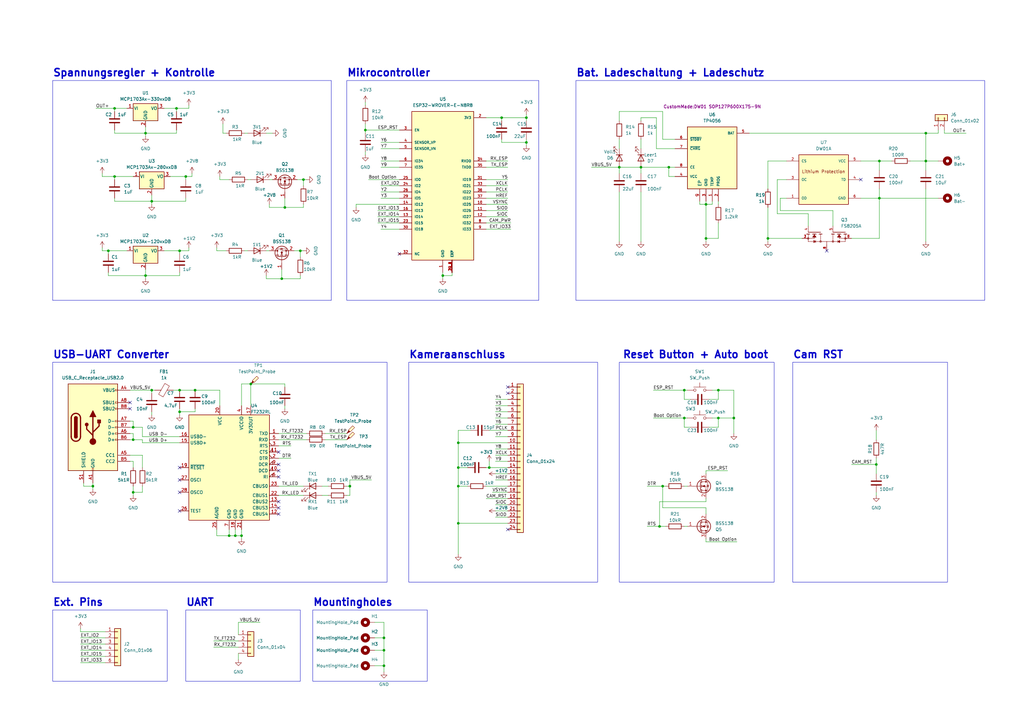
<source format=kicad_sch>
(kicad_sch (version 20231120) (generator "eeschema") (generator_version "8.0")
  (paper "A3")
  (lib_symbols
    (symbol "Connector:TestPoint_Probe" (pin_numbers hide) (pin_names (offset 0.762) hide)
      (property "Reference" "TP" (at 1.651 5.842 0))
      (property "Value" "TestPoint_Probe" (at 1.651 4.064 0))
      (symbol "TestPoint_Probe_1_1"
        (pin passive line (at 0 0 90) (length 0) (name "1") (number "1"))
      )
    )
    (symbol "Connector:USB_C_Receptacle_USB2.0" (pin_names (offset 1.016))
      (property "Reference" "J2" (at 0 22.86 0))
      (property "Value" "USB_C_Receptacle_USB2.0" (at 0 20.32 0))
      (symbol "USB_C_Receptacle_USB2.0_1_1"
        (pin passive line (at 0 -22.86 90) (length 5.08) (name "GND") (number "A1"))
        (pin passive line (at 0 -22.86 90) (length 5.08) hide (name "GND") (number "A12"))
        (pin passive line (at 15.24 15.24 180) (length 5.08) (name "VBUS") (number "A4"))
        (pin bidirectional line (at 15.24 -11.43 180) (length 5.08) (name "CC1") (number "A5"))
        (pin bidirectional line (at 15.24 -2.54 180) (length 5.08) (name "D+") (number "A6"))
        (pin bidirectional line (at 15.24 2.54 180) (length 5.08) (name "D-") (number "A7"))
        (pin bidirectional line (at 15.24 10.16 180) (length 5.08) (name "SBU1") (number "A8"))
        (pin passive line (at 15.24 15.24 180) (length 5.08) hide (name "VBUS") (number "A9"))
        (pin passive line (at 0 -22.86 90) (length 5.08) hide (name "GND") (number "B1"))
        (pin passive line (at 0 -22.86 90) (length 5.08) hide (name "GND") (number "B12"))
        (pin passive line (at 15.24 15.24 180) (length 5.08) hide (name "VBUS") (number "B4"))
        (pin bidirectional line (at 15.24 -13.97 180) (length 5.08) (name "CC2") (number "B5"))
        (pin bidirectional line (at 15.24 -5.08 180) (length 5.08) (name "D+") (number "B6"))
        (pin bidirectional line (at 15.24 0 180) (length 5.08) (name "D-") (number "B7"))
        (pin bidirectional line (at 15.24 7.62 180) (length 5.08) (name "SBU2") (number "B8"))
        (pin passive line (at 15.24 15.24 180) (length 5.08) hide (name "VBUS") (number "B9"))
        (pin passive line (at -3.81 -22.86 90) (length 5.08) (name "SHIELD") (number "S1"))
      )
    )
    (symbol "Connector_Generic:Conn_01x02" (pin_names (offset 1.016) hide)
      (property "Reference" "J" (at 0 2.54 0))
      (property "Value" "Conn_01x02" (at 0 -5.08 0))
      (symbol "Conn_01x02_1_1"
        (pin passive line (at -5.08 0 0) (length 3.81) (name "Pin_1") (number "1"))
        (pin passive line (at -5.08 -2.54 0) (length 3.81) (name "Pin_2") (number "2"))
      )
    )
    (symbol "Connector_Generic:Conn_01x04" (pin_names (offset 1.016) hide)
      (property "Reference" "J" (at 0 5.08 0))
      (property "Value" "Conn_01x04" (at 0 -7.62 0))
      (symbol "Conn_01x04_1_1"
        (pin passive line (at -5.08 2.54 0) (length 3.81) (name "Pin_1") (number "1"))
        (pin passive line (at -5.08 0 0) (length 3.81) (name "Pin_2") (number "2"))
        (pin passive line (at -5.08 -2.54 0) (length 3.81) (name "Pin_3") (number "3"))
        (pin passive line (at -5.08 -5.08 0) (length 3.81) (name "Pin_4") (number "4"))
      )
    )
    (symbol "Connector_Generic:Conn_01x07" (pin_names (offset 1.016) hide)
      (property "Reference" "J3" (at 2.54 1.27 0))
      (property "Value" "Conn_01x07" (at 2.54 -1.27 0))
      (symbol "Conn_01x07_1_1"
        (pin passive line (at -5.08 7.62 0) (length 3.81) (name "Pin_1") (number "1"))
        (pin passive line (at -5.08 5.08 0) (length 3.81) (name "Pin_2") (number "2"))
        (pin passive line (at -5.08 2.54 0) (length 3.81) (name "Pin_3") (number "3"))
        (pin passive line (at -5.08 0 0) (length 3.81) (name "Pin_4") (number "4"))
        (pin passive line (at -5.08 -2.54 0) (length 3.81) (name "Pin_5") (number "5"))
        (pin passive line (at -5.08 -5.08 0) (length 3.81) (name "Pin_6") (number "6"))
      )
    )
    (symbol "Connector_Generic:Conn_01x24" (pin_names (offset 1.016) hide)
      (property "Reference" "J" (at 0 30.48 0))
      (property "Value" "Conn_01x24" (at 0 -33.02 0))
      (symbol "Conn_01x24_1_1"
        (pin passive line (at -5.08 27.94 0) (length 3.81) (name "Pin_1") (number "1"))
        (pin passive line (at -5.08 5.08 0) (length 3.81) (name "Pin_10") (number "10"))
        (pin passive line (at -5.08 2.54 0) (length 3.81) (name "Pin_11") (number "11"))
        (pin passive line (at -5.08 0 0) (length 3.81) (name "Pin_12") (number "12"))
        (pin passive line (at -5.08 -2.54 0) (length 3.81) (name "Pin_13") (number "13"))
        (pin passive line (at -5.08 -5.08 0) (length 3.81) (name "Pin_14") (number "14"))
        (pin passive line (at -5.08 -7.62 0) (length 3.81) (name "Pin_15") (number "15"))
        (pin passive line (at -5.08 -10.16 0) (length 3.81) (name "Pin_16") (number "16"))
        (pin passive line (at -5.08 -12.7 0) (length 3.81) (name "Pin_17") (number "17"))
        (pin passive line (at -5.08 -15.24 0) (length 3.81) (name "Pin_18") (number "18"))
        (pin passive line (at -5.08 -17.78 0) (length 3.81) (name "Pin_19") (number "19"))
        (pin passive line (at -5.08 25.4 0) (length 3.81) (name "Pin_2") (number "2"))
        (pin passive line (at -5.08 -20.32 0) (length 3.81) (name "Pin_20") (number "20"))
        (pin passive line (at -5.08 -22.86 0) (length 3.81) (name "Pin_21") (number "21"))
        (pin passive line (at -5.08 -25.4 0) (length 3.81) (name "Pin_22") (number "22"))
        (pin passive line (at -5.08 -27.94 0) (length 3.81) (name "Pin_23") (number "23"))
        (pin passive line (at -5.08 -30.48 0) (length 3.81) (name "Pin_24") (number "24"))
        (pin passive line (at -5.08 22.86 0) (length 3.81) (name "Pin_3") (number "3"))
        (pin passive line (at -5.08 20.32 0) (length 3.81) (name "Pin_4") (number "4"))
        (pin passive line (at -5.08 17.78 0) (length 3.81) (name "Pin_5") (number "5"))
        (pin passive line (at -5.08 15.24 0) (length 3.81) (name "Pin_6") (number "6"))
        (pin passive line (at -5.08 12.7 0) (length 3.81) (name "Pin_7") (number "7"))
        (pin passive line (at -5.08 10.16 0) (length 3.81) (name "Pin_8") (number "8"))
        (pin passive line (at -5.08 7.62 0) (length 3.81) (name "Pin_9") (number "9"))
      )
    )
    (symbol "Custom Sym:DW01A" (pin_names (offset 1.016))
      (property "Reference" "U" (at -5.08 11.43 0))
      (property "Value" "DW01A" (at -5.08 -12.7 0))
      (symbol "DW01A_0_0"
        (text "Lithium Protection" (at -8.89 2.54 0) (effects (font (size 1.27 1.27)) (justify left bottom)))
        (pin bidirectional line (at 15.24 -7.62 180) (length 5.08) (name "OD") (number "1"))
        (pin bidirectional line (at 15.24 7.62 180) (length 5.08) (name "CS") (number "2"))
        (pin bidirectional line (at 15.24 0 180) (length 5.08) (name "OC") (number "3"))
        (pin bidirectional line (at -15.24 0 0) (length 5.08) (name "TD") (number "4"))
        (pin power_in line (at -15.24 7.62 0) (length 5.08) (name "VCC") (number "5"))
        (pin power_in line (at -15.24 -7.62 0) (length 5.08) (name "GND") (number "6"))
      )
    )
    (symbol "Custom Sym:ESP32-WROVER-E-N4R8" (pin_names (offset 1.016))
      (property "Reference" "U1" (at 0 35.56 0))
      (property "Value" "ESP32-WROVER-E-N8R8" (at 0 33.02 0))
      (symbol "ESP32-WROVER-E-N4R8_0_0"
        (pin power_in line (at 0 -35.56 90) (length 5.08) (name "GND") (number "1"))
        (pin bidirectional line (at 17.78 -7.62 180) (length 5.08) (name "IO25") (number "10"))
        (pin bidirectional line (at 17.78 -10.16 180) (length 5.08) (name "IO26") (number "11"))
        (pin bidirectional line (at 17.78 -12.7 180) (length 5.08) (name "IO27") (number "12"))
        (pin bidirectional line (at -17.78 -12.7 0) (length 5.08) (name "IO14") (number "13"))
        (pin bidirectional line (at -17.78 -7.62 0) (length 5.08) (name "IO12") (number "14"))
        (pin bidirectional line (at -17.78 -10.16 0) (length 5.08) (name "IO13") (number "16"))
        (pin power_in line (at 17.78 27.94 180) (length 5.08) (name "3V3") (number "2"))
        (pin bidirectional line (at -17.78 -15.24 0) (length 5.08) (name "IO15") (number "23"))
        (pin bidirectional line (at -17.78 0 0) (length 5.08) (name "IO2") (number "24"))
        (pin bidirectional line (at -17.78 2.54 0) (length 5.08) (name "IO0") (number "25"))
        (pin bidirectional line (at -17.78 -2.54 0) (length 5.08) (name "IO4") (number "26"))
        (pin bidirectional line (at -17.78 -5.08 0) (length 5.08) (name "IO5") (number "29"))
        (pin input line (at -17.78 22.86 0) (length 5.08) (name "EN") (number "3"))
        (pin bidirectional line (at -17.78 -17.78 0) (length 5.08) (name "IO18") (number "30"))
        (pin bidirectional line (at 17.78 2.54 180) (length 5.08) (name "IO19") (number "31"))
        (pin no_connect line (at -17.78 -27.94 0) (length 5.08) (name "NC") (number "32"))
        (pin bidirectional line (at 17.78 0 180) (length 5.08) (name "IO21") (number "33"))
        (pin bidirectional line (at 17.78 10.16 180) (length 5.08) (name "RXD0") (number "34"))
        (pin bidirectional line (at 17.78 7.62 180) (length 5.08) (name "TXD0") (number "35"))
        (pin bidirectional line (at 17.78 -2.54 180) (length 5.08) (name "IO22") (number "36"))
        (pin bidirectional line (at 17.78 -5.08 180) (length 5.08) (name "IO23") (number "37"))
        (pin power_in line (at 3.81 -35.56 90) (length 5.08) (name "EXP") (number "39_1"))
        (pin power_in line (at 3.81 -35.56 90) (length 5.08) (name "EXP") (number "39_2"))
        (pin power_in line (at 3.81 -35.56 90) (length 5.08) (name "EXP") (number "39_3"))
        (pin power_in line (at 3.81 -35.56 90) (length 5.08) (name "EXP") (number "39_4"))
        (pin power_in line (at 3.81 -35.56 90) (length 5.08) (name "EXP") (number "39_5"))
        (pin power_in line (at 3.81 -35.56 90) (length 5.08) (name "EXP") (number "39_6"))
        (pin power_in line (at 3.81 -35.56 90) (length 5.08) (name "EXP") (number "39_7"))
        (pin power_in line (at 3.81 -35.56 90) (length 5.08) (name "EXP") (number "39_8"))
        (pin power_in line (at 3.81 -35.56 90) (length 5.08) (name "EXP") (number "39_9"))
        (pin input line (at -17.78 17.78 0) (length 5.08) (name "SENSOR_VP") (number "4"))
        (pin input line (at -17.78 15.24 0) (length 5.08) (name "SENSOR_VN") (number "5"))
        (pin input line (at -17.78 10.16 0) (length 5.08) (name "IO34") (number "6"))
        (pin input line (at -17.78 7.62 0) (length 5.08) (name "IO35") (number "7"))
        (pin bidirectional line (at 17.78 -15.24 180) (length 5.08) (name "IO32") (number "8"))
        (pin bidirectional line (at 17.78 -17.78 180) (length 5.08) (name "IO33") (number "9"))
      )
      (symbol "ESP32-WROVER-E-N4R8_1_0"
        (pin power_in line (at 0 -35.56 90) (length 5.08) hide (name "GND") (number "15"))
        (pin no_connect line (at -17.78 -27.94 0) (length 5.08) hide (name "NC") (number "17"))
        (pin no_connect line (at -17.78 -27.94 0) (length 5.08) hide (name "NC") (number "18"))
        (pin no_connect line (at -17.78 -27.94 0) (length 5.08) hide (name "NC") (number "19"))
        (pin no_connect line (at -17.78 -27.94 0) (length 5.08) hide (name "NC") (number "20"))
        (pin no_connect line (at -17.78 -27.94 0) (length 5.08) hide (name "NC") (number "21"))
        (pin no_connect line (at -17.78 -27.94 0) (length 5.08) hide (name "NC") (number "22"))
        (pin no_connect line (at -17.78 -27.94 0) (length 5.08) hide (name "NC") (number "27"))
        (pin no_connect line (at -17.78 -27.94 0) (length 5.08) hide (name "NC") (number "28"))
        (pin power_in line (at 0 -35.56 90) (length 5.08) hide (name "GND") (number "38"))
      )
    )
    (symbol "Custom Sym:FS8205A" (pin_names (offset 1.016))
      (property "Reference" "Q" (at -11.43 7.62 0))
      (property "Value" "FS8205A" (at -11.43 -12.7 0))
      (symbol "FS8205A_0_0"
        (pin passive line (at 5.08 0 180) (length 2.54) (name "~") (number "1"))
        (pin passive line (at 0 -10.16 90) (length 2.54) (name "~") (number "2"))
        (pin passive line (at 0 -10.16 90) (length 2.54) (name "~") (number "3"))
        (pin passive line (at -5.08 -7.62 0) (length 2.54) (name "~") (number "4"))
        (pin passive line (at -5.08 2.54 0) (length 2.54) (name "~") (number "5"))
        (pin passive line (at 0 10.16 270) (length 2.54) (name "~") (number "6"))
        (pin passive line (at 0 10.16 270) (length 2.54) (name "~") (number "7"))
        (pin passive line (at 5.08 0 180) (length 2.54) (name "~") (number "8"))
      )
    )
    (symbol "Custom Sym:TP4056" (pin_names (offset 1.016))
      (property "Reference" "U6" (at 0 17.78 0))
      (property "Value" "TP4056" (at 0 15.24 0))
      (property "Footprint" "CustomMade:DW01 SOP127P600X175-9N" (at 0 20.32 0))
      (symbol "TP4056_0_0"
        (pin input line (at 0 -17.78 90) (length 5.08) (name "TEMP") (number "1"))
        (pin bidirectional line (at 2.54 -17.78 90) (length 5.08) (name "PROG") (number "2"))
        (pin power_in line (at -2.54 -17.78 90) (length 5.08) (name "GND") (number "3"))
        (pin power_in line (at -15.24 -7.62 0) (length 5.08) (name "VCC") (number "4"))
        (pin output line (at 15.24 10.16 180) (length 5.08) (name "BAT") (number "5"))
        (pin output line (at -15.24 7.62 0) (length 5.08) (name "~{STDBY}") (number "6"))
        (pin output line (at -15.24 3.81 0) (length 5.08) (name "~{CHRG}") (number "7"))
        (pin input line (at -15.24 -3.81 0) (length 5.08) (name "CE") (number "8"))
      )
      (symbol "TP4056_1_0"
        (pin power_in line (at -5.08 -17.78 90) (length 5.08) (name "EP") (number "9"))
      )
    )
    (symbol "Device:C" (pin_numbers hide) (pin_names (offset 0.254))
      (property "Reference" "C" (at 0.635 2.54 0))
      (property "Value" "C" (at 0.635 -2.54 0))
      (symbol "C_1_1"
        (pin passive line (at 0 3.81 270) (length 2.794) (name "~") (number "1"))
        (pin passive line (at 0 -3.81 90) (length 2.794) (name "~") (number "2"))
      )
    )
    (symbol "Device:FerriteBead" (pin_numbers hide) (pin_names (offset 0))
      (property "Reference" "FB" (at -3.81 0.635 90))
      (property "Value" "FerriteBead" (at 3.81 0 90))
      (symbol "FerriteBead_1_1"
        (pin passive line (at 0 3.81 270) (length 2.54) (name "~") (number "1"))
        (pin passive line (at 0 -3.81 90) (length 2.54) (name "~") (number "2"))
      )
    )
    (symbol "Device:LED" (pin_numbers hide) (pin_names (offset 1.016) hide)
      (property "Reference" "D" (at 0 2.54 0))
      (property "Value" "LED" (at 0 -2.54 0))
      (symbol "LED_1_1"
        (pin passive line (at -3.81 0 0) (length 2.54) (name "K") (number "1"))
        (pin passive line (at 3.81 0 180) (length 2.54) (name "A") (number "2"))
      )
    )
    (symbol "Device:R" (pin_numbers hide) (pin_names (offset 0))
      (property "Reference" "R" (at 2.032 0 90))
      (property "Value" "R" (at 0 0 90))
      (symbol "R_1_1"
        (pin passive line (at 0 3.81 270) (length 1.27) (name "~") (number "1"))
        (pin passive line (at 0 -3.81 90) (length 1.27) (name "~") (number "2"))
      )
    )
    (symbol "Interface_USB:FT232RL"
      (property "Reference" "U3" (at 8.89 25.4 0))
      (property "Value" "FT232RL" (at 8.89 22.86 0))
      (symbol "FT232RL_1_1"
        (pin output line (at 20.32 13.97 180) (length 3.81) (name "TXD") (number "1"))
        (pin input input_low (at 20.32 -1.27 180) (length 3.81) (name "DCD") (number "10"))
        (pin input input_low (at 20.32 6.35 180) (length 3.81) (name "CTS") (number "11"))
        (pin bidirectional line (at 20.32 -19.05 180) (length 3.81) (name "CBUS4") (number "12"))
        (pin bidirectional line (at 20.32 -13.97 180) (length 3.81) (name "CBUS2") (number "13"))
        (pin bidirectional line (at 20.32 -16.51 180) (length 3.81) (name "CBUS3") (number "14"))
        (pin bidirectional line (at -20.32 10.16 0) (length 3.81) (name "USBD+") (number "15"))
        (pin bidirectional line (at -20.32 12.7 0) (length 3.81) (name "USBD-") (number "16"))
        (pin power_out line (at 8.89 25.4 270) (length 3.81) (name "3V3OUT") (number "17"))
        (pin power_in line (at 2.54 -25.4 90) (length 3.81) (name "GND") (number "18"))
        (pin input line (at -20.32 0 0) (length 3.81) (name "~{RESET}") (number "19"))
        (pin output output_low (at 20.32 3.81 180) (length 3.81) (name "DTR") (number "2"))
        (pin power_in line (at -3.81 25.4 270) (length 3.81) (name "VCC") (number "20"))
        (pin power_in line (at 5.08 -25.4 90) (length 3.81) (name "GND") (number "21"))
        (pin bidirectional line (at 20.32 -11.43 180) (length 3.81) (name "CBUS1") (number "22"))
        (pin bidirectional line (at 20.32 -7.62 180) (length 3.81) (name "CBUS0") (number "23"))
        (pin power_in line (at -5.08 -25.4 90) (length 3.81) (name "AGND") (number "25"))
        (pin input line (at -20.32 -17.78 0) (length 3.81) (name "TEST") (number "26"))
        (pin input line (at -20.32 -5.08 0) (length 3.81) (name "OSCI") (number "27"))
        (pin output line (at -20.32 -10.16 0) (length 3.81) (name "OSCO") (number "28"))
        (pin output output_low (at 20.32 8.89 180) (length 3.81) (name "RTS") (number "3"))
        (pin power_in line (at 5.08 25.4 270) (length 3.81) (name "VCCIO") (number "4"))
        (pin input line (at 20.32 11.43 180) (length 3.81) (name "RXD") (number "5"))
        (pin input input_low (at 20.32 -3.81 180) (length 3.81) (name "RI") (number "6"))
        (pin power_in line (at 0 -25.4 90) (length 3.81) (name "GND") (number "7"))
        (pin input input_low (at 20.32 1.27 180) (length 3.81) (name "DCR") (number "9"))
      )
    )
    (symbol "Mechanical:MountingHole_Pad" (pin_numbers hide) (pin_names (offset 1.016) hide)
      (property "Reference" "H" (at 0 6.35 0))
      (property "Value" "MountingHole_Pad" (at 0 4.445 0))
      (symbol "MountingHole_Pad_1_1"
        (pin input line (at 0 -2.54 90) (length 2.54) (name "1") (number "1"))
      )
    )
    (symbol "Regulator_Linear:MCP1703Ax-120xxDB" (pin_names (offset 0.254))
      (property "Reference" "U" (at -3.81 3.175 0))
      (property "Value" "MCP1703Ax-120xxDB" (at 0 3.175 0))
      (symbol "MCP1703Ax-120xxDB_1_1"
        (pin power_in line (at -7.62 0 0) (length 2.54) (name "VI") (number "1"))
        (pin power_in line (at 0 -7.62 90) (length 2.54) (name "GND") (number "2"))
        (pin power_out line (at 7.62 0 180) (length 2.54) (name "VO") (number "3"))
      )
    )
    (symbol "Regulator_Linear:MCP1703Ax-280xxDB" (pin_names (offset 0.254))
      (property "Reference" "U" (at -3.81 3.175 0))
      (property "Value" "MCP1703Ax-280xxDB" (at 0 3.175 0))
      (symbol "MCP1703Ax-280xxDB_1_1"
        (pin power_in line (at -7.62 0 0) (length 2.54) (name "VI") (number "1"))
        (pin power_in line (at 0 -7.62 90) (length 2.54) (name "GND") (number "2"))
        (pin power_out line (at 7.62 0 180) (length 2.54) (name "VO") (number "3"))
      )
    )
    (symbol "Regulator_Linear:MCP1703Ax-330xxDB" (pin_names (offset 0.254))
      (property "Reference" "U" (at -3.81 3.175 0))
      (property "Value" "MCP1703Ax-330xxDB" (at 0 3.175 0))
      (symbol "MCP1703Ax-330xxDB_1_1"
        (pin power_in line (at -7.62 0 0) (length 2.54) (name "VI") (number "1"))
        (pin power_in line (at 0 -7.62 90) (length 2.54) (name "GND") (number "2"))
        (pin power_out line (at 7.62 0 180) (length 2.54) (name "VO") (number "3"))
      )
    )
    (symbol "Switch:SW_Push" (pin_numbers hide) (pin_names (offset 1.016) hide)
      (property "Reference" "SW" (at 1.27 2.54 0))
      (property "Value" "SW_Push" (at 0 -1.524 0))
      (symbol "SW_Push_0_1"
        (pin passive line (at -5.08 0 0) (length 2.54) (name "1") (number "1"))
        (pin passive line (at 5.08 0 180) (length 2.54) (name "2") (number "2"))
      )
    )
    (symbol "Transistor_FET:BSS138" (pin_names hide)
      (property "Reference" "Q" (at 5.08 1.905 0))
      (property "Value" "BSS138" (at 5.08 0 0))
      (symbol "BSS138_1_1"
        (pin input line (at -5.08 0 0) (length 2.54) (name "G") (number "1"))
        (pin passive line (at 2.54 -5.08 90) (length 2.54) (name "S") (number "2"))
        (pin passive line (at 2.54 5.08 270) (length 2.54) (name "D") (number "3"))
      )
    )
    (symbol "power:+1V2" (power) (pin_names (offset 0))
      (property "Value" "+1V2" (at 0 3.556 0))
      (symbol "+1V2_1_1"
        (pin power_in line (at 0 0 90) (length 0) hide (name "+1V2") (number "1"))
      )
    )
    (symbol "power:+2V8" (power) (pin_names (offset 0))
      (property "Value" "+2V8" (at 0 3.556 0))
      (symbol "+2V8_1_1"
        (pin power_in line (at 0 0 90) (length 0) hide (name "+2V8") (number "1"))
      )
    )
    (symbol "power:+3V3" (power) (pin_names (offset 0))
      (property "Value" "+3V3" (at 0 3.556 0))
      (symbol "+3V3_1_1"
        (pin power_in line (at 0 0 90) (length 0) hide (name "+3V3") (number "1"))
      )
    )
    (symbol "power:GND" (power) (pin_names (offset 0))
      (property "Value" "GND" (at 0 -3.81 0))
      (symbol "GND_1_1"
        (pin power_in line (at 0 0 270) (length 0) hide (name "GND") (number "1"))
      )
    )
  )
  (junction (at 187.96 214.63))
  (junction (at 157.48 266.7))
  (junction (at 187.96 199.39))
  (junction (at 59.69 54.61))
  (junction (at 73.66 160.02))
  (junction (at 274.32 68.58))
  (junction (at 294.64 160.02))
  (junction (at 157.48 261.62))
  (junction (at 157.48 273.05))
  (junction (at 54.61 175.26))
  (junction (at 181.61 113.03))
  (junction (at 215.9 58.42))
  (junction (at 314.96 97.79))
  (junction (at 262.89 68.58))
  (junction (at 46.99 72.39))
  (junction (at 254 68.58))
  (junction (at 143.51 199.39))
  (junction (at 205.74 48.26))
  (junction (at 102.87 157.48))
  (junction (at 200.66 191.77))
  (junction (at 115.57 114.3))
  (junction (at 149.86 53.34))
  (junction (at 73.66 102.87))
  (junction (at 215.9 48.26))
  (junction (at 280.67 160.02))
  (junction (at 62.23 82.55))
  (junction (at 187.96 191.77))
  (junction (at 80.01 160.02))
  (junction (at 271.78 199.39))
  (junction (at 280.67 171.45))
  (junction (at 300.99 171.45))
  (junction (at 294.64 171.45))
  (junction (at 379.73 66.04))
  (junction (at 123.19 102.87))
  (junction (at 96.52 219.71))
  (junction (at 360.68 81.28))
  (junction (at 73.66 168.91))
  (junction (at 54.61 180.34))
  (junction (at 76.2 72.39))
  (junction (at 99.06 219.71))
  (junction (at 116.84 85.09))
  (junction (at 124.46 73.66))
  (junction (at 93.98 219.71))
  (junction (at 59.69 113.03))
  (junction (at 187.96 181.61))
  (junction (at 360.68 66.04))
  (junction (at 289.56 97.79))
  (junction (at 72.39 44.45))
  (junction (at 379.73 54.61))
  (junction (at 62.23 160.02))
  (junction (at 46.99 44.45))
  (junction (at 44.45 102.87))
  (junction (at 54.61 201.93))
  (junction (at 38.1 199.39))
  (junction (at 359.41 190.5))
  (junction (at 289.56 83.82))
  (junction (at 270.51 215.9))
  (no_connect (at 339.09 102.87))
  (no_connect (at 114.3 185.42))
  (no_connect (at 208.28 217.17))
  (no_connect (at 114.3 195.58))
  (no_connect (at 114.3 190.5))
  (no_connect (at 73.66 191.77))
  (no_connect (at 114.3 205.74))
  (no_connect (at 163.83 104.14))
  (no_connect (at 208.28 161.29))
  (no_connect (at 53.34 165.1))
  (no_connect (at 114.3 208.28))
  (no_connect (at 73.66 196.85))
  (no_connect (at 208.28 158.75))
  (no_connect (at 114.3 210.82))
  (no_connect (at 53.34 167.64))
  (no_connect (at 353.06 73.66))
  (no_connect (at 114.3 193.04))
  (no_connect (at 73.66 201.93))
  (no_connect (at 73.66 209.55))
  (wire (pts (xy 58.42 179.07) (xy 73.66 179.07)))
  (wire (pts (xy 53.34 186.69) (xy 58.42 186.69)))
  (wire (pts (xy 280.67 199.39) (xy 281.94 199.39)))
  (wire (pts (xy 270.51 205.74) (xy 270.51 215.9)))
  (wire (pts (xy 318.77 73.66) (xy 318.77 87.63)))
  (wire (pts (xy 53.34 189.23) (xy 54.61 189.23)))
  (wire (pts (xy 106.68 255.27) (xy 97.79 255.27)))
  (wire (pts (xy 90.17 73.66) (xy 93.98 73.66)))
  (wire (pts (xy 67.31 44.45) (xy 72.39 44.45)))
  (wire (pts (xy 280.67 163.83) (xy 283.21 163.83)))
  (wire (pts (xy 114.3 187.96) (xy 119.38 187.96)))
  (wire (pts (xy 46.99 54.61) (xy 59.69 54.61)))
  (wire (pts (xy 262.89 57.15) (xy 262.89 60.96)))
  (wire (pts (xy 123.19 102.87) (xy 123.19 105.41)))
  (wire (pts (xy 34.29 198.12) (xy 34.29 199.39)))
  (wire (pts (xy 109.22 54.61) (xy 111.76 54.61)))
  (wire (pts (xy 187.96 214.63) (xy 187.96 227.33)))
  (wire (pts (xy 157.48 255.27) (xy 157.48 261.62)))
  (wire (pts (xy 314.96 97.79) (xy 314.96 99.06)))
  (wire (pts (xy 116.84 85.09) (xy 124.46 85.09)))
  (wire (pts (xy 199.39 68.58) (xy 208.28 68.58)))
  (wire (pts (xy 270.51 205.74) (xy 289.56 205.74)))
  (wire (pts (xy 187.96 181.61) (xy 187.96 191.77)))
  (wire (pts (xy 88.9 102.87) (xy 92.71 102.87)))
  (wire (pts (xy 46.99 81.28) (xy 46.99 82.55)))
  (wire (pts (xy 73.66 168.91) (xy 80.01 168.91)))
  (wire (pts (xy 271.78 45.72) (xy 271.78 57.15)))
  (wire (pts (xy 62.23 160.02) (xy 62.23 161.29)))
  (wire (pts (xy 199.39 83.82) (xy 208.28 83.82)))
  (wire (pts (xy 265.43 199.39) (xy 271.78 199.39)))
  (wire (pts (xy 360.68 81.28) (xy 360.68 97.79)))
  (wire (pts (xy 289.56 193.04) (xy 298.45 193.04)))
  (wire (pts (xy 33.02 271.78) (xy 43.18 271.78)))
  (wire (pts (xy 102.87 157.48) (xy 102.87 166.37)))
  (wire (pts (xy 185.42 111.76) (xy 185.42 113.03)))
  (wire (pts (xy 41.91 102.87) (xy 44.45 102.87)))
  (wire (pts (xy 269.24 48.26) (xy 269.24 60.96)))
  (wire (pts (xy 38.1 199.39) (xy 38.1 200.66)))
  (wire (pts (xy 88.9 101.6) (xy 88.9 102.87)))
  (wire (pts (xy 54.61 180.34) (xy 58.42 180.34)))
  (wire (pts (xy 287.02 83.82) (xy 289.56 83.82)))
  (wire (pts (xy 156.21 58.42) (xy 163.83 58.42)))
  (wire (pts (xy 187.96 191.77) (xy 191.77 191.77)))
  (wire (pts (xy 331.47 87.63) (xy 331.47 92.71)))
  (wire (pts (xy 199.39 199.39) (xy 208.28 199.39)))
  (wire (pts (xy 254 57.15) (xy 254 60.96)))
  (wire (pts (xy 132.08 203.2) (xy 134.62 203.2)))
  (wire (pts (xy 349.25 97.79) (xy 360.68 97.79)))
  (wire (pts (xy 199.39 66.04) (xy 208.28 66.04)))
  (wire (pts (xy 199.39 48.26) (xy 205.74 48.26)))
  (wire (pts (xy 280.67 171.45) (xy 281.94 171.45)))
  (wire (pts (xy 46.99 53.34) (xy 46.99 54.61)))
  (wire (pts (xy 199.39 76.2) (xy 208.28 76.2)))
  (wire (pts (xy 44.45 102.87) (xy 44.45 104.14)))
  (wire (pts (xy 156.21 78.74) (xy 163.83 78.74)))
  (wire (pts (xy 39.37 44.45) (xy 46.99 44.45)))
  (wire (pts (xy 320.04 81.28) (xy 322.58 81.28)))
  (wire (pts (xy 353.06 81.28) (xy 360.68 81.28)))
  (wire (pts (xy 123.19 102.87) (xy 124.46 102.87)))
  (wire (pts (xy 46.99 72.39) (xy 54.61 72.39)))
  (wire (pts (xy 294.64 91.44) (xy 294.64 97.79)))
  (wire (pts (xy 203.2 173.99) (xy 208.28 173.99)))
  (wire (pts (xy 90.17 160.02) (xy 90.17 166.37)))
  (wire (pts (xy 46.99 82.55) (xy 62.23 82.55)))
  (wire (pts (xy 265.43 215.9) (xy 270.51 215.9)))
  (wire (pts (xy 300.99 160.02) (xy 300.99 171.45)))
  (wire (pts (xy 360.68 66.04) (xy 360.68 69.85)))
  (wire (pts (xy 143.51 196.85) (xy 152.4 196.85)))
  (wire (pts (xy 44.45 102.87) (xy 52.07 102.87)))
  (wire (pts (xy 199.39 81.28) (xy 208.28 81.28)))
  (wire (pts (xy 181.61 113.03) (xy 181.61 114.3)))
  (wire (pts (xy 46.99 72.39) (xy 46.99 73.66)))
  (wire (pts (xy 200.66 189.23) (xy 200.66 191.77)))
  (wire (pts (xy 199.39 191.77) (xy 200.66 191.77)))
  (wire (pts (xy 215.9 49.53) (xy 215.9 48.26)))
  (wire (pts (xy 109.22 102.87) (xy 110.49 102.87)))
  (wire (pts (xy 146.05 83.82) (xy 146.05 85.09)))
  (wire (pts (xy 187.96 191.77) (xy 187.96 199.39)))
  (wire (pts (xy 379.73 66.04) (xy 379.73 69.85)))
  (wire (pts (xy 53.34 172.72) (xy 54.61 172.72)))
  (wire (pts (xy 199.39 86.36) (xy 208.28 86.36)))
  (wire (pts (xy 102.87 157.48) (xy 116.84 157.48)))
  (wire (pts (xy 359.41 176.53) (xy 359.41 180.34)))
  (wire (pts (xy 44.45 113.03) (xy 59.69 113.03)))
  (wire (pts (xy 262.89 78.74) (xy 262.89 99.06)))
  (wire (pts (xy 269.24 60.96) (xy 276.86 60.96)))
  (wire (pts (xy 54.61 199.39) (xy 54.61 201.93)))
  (wire (pts (xy 289.56 99.06) (xy 289.56 97.79)))
  (wire (pts (xy 149.86 53.34) (xy 163.83 53.34)))
  (wire (pts (xy 157.48 266.7) (xy 157.48 273.05)))
  (wire (pts (xy 76.2 72.39) (xy 78.74 72.39)))
  (wire (pts (xy 199.39 78.74) (xy 208.28 78.74)))
  (wire (pts (xy 58.42 199.39) (xy 58.42 201.93)))
  (wire (pts (xy 99.06 220.98) (xy 99.06 219.71)))
  (wire (pts (xy 34.29 199.39) (xy 38.1 199.39)))
  (wire (pts (xy 154.94 88.9) (xy 163.83 88.9)))
  (wire (pts (xy 280.67 160.02) (xy 281.94 160.02)))
  (wire (pts (xy 289.56 208.28) (xy 289.56 210.82)))
  (wire (pts (xy 349.25 190.5) (xy 359.41 190.5)))
  (wire (pts (xy 153.67 273.05) (xy 157.48 273.05)))
  (wire (pts (xy 360.68 66.04) (xy 365.76 66.04)))
  (wire (pts (xy 163.83 83.82) (xy 146.05 83.82)))
  (wire (pts (xy 271.78 199.39) (xy 273.05 199.39)))
  (wire (pts (xy 187.96 214.63) (xy 208.28 214.63)))
  (wire (pts (xy 289.56 222.25) (xy 302.26 222.25)))
  (wire (pts (xy 72.39 44.45) (xy 72.39 45.72)))
  (wire (pts (xy 205.74 49.53) (xy 205.74 48.26)))
  (wire (pts (xy 59.69 113.03) (xy 73.66 113.03)))
  (wire (pts (xy 384.81 53.34) (xy 384.81 54.61)))
  (wire (pts (xy 41.91 72.39) (xy 46.99 72.39)))
  (wire (pts (xy 294.64 82.55) (xy 294.64 83.82)))
  (wire (pts (xy 154.94 86.36) (xy 163.83 86.36)))
  (wire (pts (xy 320.04 86.36) (xy 341.63 86.36)))
  (wire (pts (xy 199.39 204.47) (xy 208.28 204.47)))
  (wire (pts (xy 387.35 53.34) (xy 387.35 54.61)))
  (wire (pts (xy 379.73 77.47) (xy 379.73 99.06)))
  (wire (pts (xy 271.78 199.39) (xy 271.78 208.28)))
  (wire (pts (xy 59.69 54.61) (xy 59.69 55.88)))
  (wire (pts (xy 71.12 160.02) (xy 73.66 160.02)))
  (wire (pts (xy 76.2 72.39) (xy 76.2 73.66)))
  (wire (pts (xy 116.84 85.09) (xy 116.84 81.28)))
  (wire (pts (xy 58.42 175.26) (xy 54.61 175.26)))
  (wire (pts (xy 203.2 186.69) (xy 208.28 186.69)))
  (wire (pts (xy 205.74 58.42) (xy 215.9 58.42)))
  (wire (pts (xy 289.56 204.47) (xy 289.56 205.74)))
  (wire (pts (xy 114.3 180.34) (xy 125.73 180.34)))
  (wire (pts (xy 274.32 68.58) (xy 274.32 72.39)))
  (wire (pts (xy 114.3 203.2) (xy 124.46 203.2)))
  (wire (pts (xy 88.9 217.17) (xy 88.9 219.71)))
  (wire (pts (xy 100.33 54.61) (xy 101.6 54.61)))
  (wire (pts (xy 292.1 160.02) (xy 294.64 160.02)))
  (wire (pts (xy 290.83 163.83) (xy 294.64 163.83)))
  (wire (pts (xy 73.66 160.02) (xy 80.01 160.02)))
  (wire (pts (xy 149.86 62.23) (xy 149.86 63.5)))
  (wire (pts (xy 200.66 191.77) (xy 208.28 191.77)))
  (wire (pts (xy 114.3 182.88) (xy 119.38 182.88)))
  (wire (pts (xy 203.2 179.07) (xy 208.28 179.07)))
  (wire (pts (xy 254 45.72) (xy 254 49.53)))
  (wire (pts (xy 114.3 177.8) (xy 125.73 177.8)))
  (wire (pts (xy 271.78 208.28) (xy 289.56 208.28)))
  (wire (pts (xy 387.35 54.61) (xy 396.24 54.61)))
  (wire (pts (xy 203.2 171.45) (xy 208.28 171.45)))
  (wire (pts (xy 96.52 217.17) (xy 96.52 219.71)))
  (wire (pts (xy 203.2 168.91) (xy 208.28 168.91)))
  (wire (pts (xy 314.96 85.09) (xy 314.96 97.79)))
  (wire (pts (xy 157.48 261.62) (xy 157.48 266.7)))
  (wire (pts (xy 54.61 177.8) (xy 54.61 180.34)))
  (wire (pts (xy 359.41 201.93) (xy 359.41 203.2)))
  (wire (pts (xy 53.34 160.02) (xy 62.23 160.02)))
  (wire (pts (xy 187.96 176.53) (xy 187.96 181.61)))
  (wire (pts (xy 280.67 171.45) (xy 280.67 175.26)))
  (wire (pts (xy 215.9 58.42) (xy 215.9 59.69)))
  (wire (pts (xy 132.08 199.39) (xy 134.62 199.39)))
  (wire (pts (xy 187.96 176.53) (xy 193.04 176.53)))
  (wire (pts (xy 58.42 181.61) (xy 73.66 181.61)))
  (wire (pts (xy 97.79 255.27) (xy 97.79 260.35)))
  (wire (pts (xy 181.61 113.03) (xy 185.42 113.03)))
  (wire (pts (xy 99.06 157.48) (xy 99.06 166.37)))
  (wire (pts (xy 314.96 97.79) (xy 328.93 97.79)))
  (wire (pts (xy 38.1 198.12) (xy 38.1 199.39)))
  (wire (pts (xy 59.69 54.61) (xy 72.39 54.61)))
  (wire (pts (xy 379.73 66.04) (xy 384.81 66.04)))
  (wire (pts (xy 73.66 102.87) (xy 77.47 102.87)))
  (wire (pts (xy 62.23 80.01) (xy 62.23 82.55)))
  (wire (pts (xy 307.34 54.61) (xy 379.73 54.61)))
  (wire (pts (xy 199.39 88.9) (xy 208.28 88.9)))
  (wire (pts (xy 274.32 68.58) (xy 276.86 68.58)))
  (wire (pts (xy 153.67 261.62) (xy 157.48 261.62)))
  (wire (pts (xy 77.47 43.18) (xy 77.47 44.45)))
  (wire (pts (xy 254 78.74) (xy 254 99.06)))
  (wire (pts (xy 143.51 199.39) (xy 142.24 199.39)))
  (wire (pts (xy 149.86 53.34) (xy 149.86 54.61)))
  (wire (pts (xy 58.42 180.34) (xy 58.42 181.61)))
  (wire (pts (xy 58.42 179.07) (xy 58.42 175.26)))
  (wire (pts (xy 149.86 50.8) (xy 149.86 53.34)))
  (wire (pts (xy 300.99 171.45) (xy 300.99 177.8)))
  (wire (pts (xy 292.1 82.55) (xy 292.1 83.82)))
  (wire (pts (xy 353.06 66.04) (xy 360.68 66.04)))
  (wire (pts (xy 203.2 207.01) (xy 208.28 207.01)))
  (wire (pts (xy 78.74 71.12) (xy 78.74 72.39)))
  (wire (pts (xy 54.61 201.93) (xy 58.42 201.93)))
  (wire (pts (xy 114.3 199.39) (xy 124.46 199.39)))
  (wire (pts (xy 205.74 58.42) (xy 205.74 57.15)))
  (wire (pts (xy 93.98 219.71) (xy 96.52 219.71)))
  (wire (pts (xy 154.94 91.44) (xy 163.83 91.44)))
  (wire (pts (xy 110.49 83.82) (xy 110.49 85.09)))
  (wire (pts (xy 292.1 171.45) (xy 294.64 171.45)))
  (wire (pts (xy 88.9 219.71) (xy 93.98 219.71)))
  (wire (pts (xy 110.49 85.09) (xy 116.84 85.09)))
  (wire (pts (xy 101.6 73.66) (xy 102.87 73.66)))
  (wire (pts (xy 280.67 160.02) (xy 280.67 163.83)))
  (wire (pts (xy 91.44 54.61) (xy 92.71 54.61)))
  (wire (pts (xy 153.67 255.27) (xy 157.48 255.27)))
  (wire (pts (xy 73.66 168.91) (xy 73.66 167.64)))
  (wire (pts (xy 287.02 82.55) (xy 287.02 83.82)))
  (wire (pts (xy 46.99 44.45) (xy 46.99 45.72)))
  (wire (pts (xy 199.39 93.98) (xy 209.55 93.98)))
  (wire (pts (xy 123.19 113.03) (xy 123.19 114.3)))
  (wire (pts (xy 109.22 113.03) (xy 109.22 114.3)))
  (wire (pts (xy 203.2 166.37) (xy 208.28 166.37)))
  (wire (pts (xy 33.02 266.7) (xy 43.18 266.7)))
  (wire (pts (xy 153.67 266.7) (xy 157.48 266.7)))
  (wire (pts (xy 72.39 44.45) (xy 77.47 44.45)))
  (wire (pts (xy 97.79 267.97) (xy 97.79 270.51)))
  (wire (pts (xy 314.96 66.04) (xy 314.96 77.47)))
  (wire (pts (xy 41.91 101.6) (xy 41.91 102.87)))
  (wire (pts (xy 203.2 209.55) (xy 208.28 209.55)))
  (wire (pts (xy 181.61 111.76) (xy 181.61 113.03)))
  (wire (pts (xy 294.64 171.45) (xy 294.64 175.26)))
  (wire (pts (xy 254 68.58) (xy 254 71.12)))
  (wire (pts (xy 267.97 160.02) (xy 280.67 160.02)))
  (wire (pts (xy 100.33 102.87) (xy 101.6 102.87)))
  (wire (pts (xy 120.65 102.87) (xy 123.19 102.87)))
  (wire (pts (xy 203.2 196.85) (xy 208.28 196.85)))
  (wire (pts (xy 215.9 58.42) (xy 215.9 57.15)))
  (wire (pts (xy 262.89 48.26) (xy 269.24 48.26)))
  (wire (pts (xy 109.22 114.3) (xy 115.57 114.3)))
  (wire (pts (xy 62.23 83.82) (xy 62.23 82.55)))
  (wire (pts (xy 215.9 48.26) (xy 205.74 48.26)))
  (wire (pts (xy 143.51 196.85) (xy 143.51 199.39)))
  (wire (pts (xy 320.04 81.28) (xy 320.04 86.36)))
  (wire (pts (xy 187.96 199.39) (xy 191.77 199.39)))
  (wire (pts (xy 59.69 110.49) (xy 59.69 113.03)))
  (wire (pts (xy 254 68.58) (xy 262.89 68.58)))
  (wire (pts (xy 133.35 180.34) (xy 142.24 180.34)))
  (wire (pts (xy 124.46 73.66) (xy 124.46 76.2)))
  (wire (pts (xy 33.02 257.81) (xy 33.02 259.08)))
  (wire (pts (xy 99.06 217.17) (xy 99.06 219.71)))
  (wire (pts (xy 201.93 201.93) (xy 208.28 201.93)))
  (wire (pts (xy 133.35 177.8) (xy 142.24 177.8)))
  (wire (pts (xy 115.57 114.3) (xy 115.57 110.49)))
  (wire (pts (xy 76.2 81.28) (xy 76.2 82.55)))
  (wire (pts (xy 199.39 73.66) (xy 208.28 73.66)))
  (wire (pts (xy 379.73 66.04) (xy 373.38 66.04)))
  (wire (pts (xy 280.67 175.26) (xy 283.21 175.26)))
  (wire (pts (xy 62.23 82.55) (xy 76.2 82.55)))
  (wire (pts (xy 33.02 259.08) (xy 43.18 259.08)))
  (wire (pts (xy 156.21 76.2) (xy 163.83 76.2)))
  (wire (pts (xy 270.51 215.9) (xy 273.05 215.9)))
  (wire (pts (xy 151.13 73.66) (xy 163.83 73.66)))
  (wire (pts (xy 359.41 190.5) (xy 359.41 194.31)))
  (wire (pts (xy 59.69 52.07) (xy 59.69 54.61)))
  (wire (pts (xy 199.39 91.44) (xy 209.55 91.44)))
  (wire (pts (xy 93.98 217.17) (xy 93.98 219.71)))
  (wire (pts (xy 143.51 199.39) (xy 143.51 203.2)))
  (wire (pts (xy 360.68 81.28) (xy 384.81 81.28)))
  (wire (pts (xy 62.23 160.02) (xy 63.5 160.02)))
  (wire (pts (xy 203.2 194.31) (xy 208.28 194.31)))
  (wire (pts (xy 124.46 73.66) (xy 125.73 73.66)))
  (wire (pts (xy 73.66 102.87) (xy 73.66 104.14)))
  (wire (pts (xy 200.66 176.53) (xy 208.28 176.53)))
  (wire (pts (xy 262.89 68.58) (xy 274.32 68.58)))
  (wire (pts (xy 59.69 114.3) (xy 59.69 113.03)))
  (wire (pts (xy 289.56 97.79) (xy 294.64 97.79)))
  (wire (pts (xy 215.9 46.99) (xy 215.9 48.26)))
  (wire (pts (xy 87.63 265.43) (xy 97.79 265.43)))
  (wire (pts (xy 262.89 68.58) (xy 262.89 71.12)))
  (wire (pts (xy 80.01 160.02) (xy 90.17 160.02)))
  (wire (pts (xy 203.2 212.09) (xy 208.28 212.09)))
  (wire (pts (xy 294.64 160.02) (xy 300.99 160.02)))
  (wire (pts (xy 156.21 81.28) (xy 163.83 81.28)))
  (wire (pts (xy 58.42 186.69) (xy 58.42 191.77)))
  (wire (pts (xy 72.39 53.34) (xy 72.39 54.61)))
  (wire (pts (xy 271.78 57.15) (xy 276.86 57.15)))
  (wire (pts (xy 274.32 72.39) (xy 276.86 72.39)))
  (wire (pts (xy 46.99 44.45) (xy 52.07 44.45)))
  (wire (pts (xy 69.85 72.39) (xy 76.2 72.39)))
  (wire (pts (xy 203.2 163.83) (xy 208.28 163.83)))
  (wire (pts (xy 254 45.72) (xy 271.78 45.72)))
  (wire (pts (xy 289.56 193.04) (xy 289.56 194.31)))
  (wire (pts (xy 294.64 171.45) (xy 300.99 171.45)))
  (wire (pts (xy 156.21 60.96) (xy 163.83 60.96)))
  (wire (pts (xy 156.21 66.04) (xy 163.83 66.04)))
  (wire (pts (xy 262.89 48.26) (xy 262.89 49.53)))
  (wire (pts (xy 290.83 175.26) (xy 294.64 175.26)))
  (wire (pts (xy 187.96 199.39) (xy 187.96 214.63)))
  (wire (pts (xy 203.2 184.15) (xy 208.28 184.15)))
  (wire (pts (xy 289.56 220.98) (xy 289.56 222.25)))
  (wire (pts (xy 156.21 68.58) (xy 163.83 68.58)))
  (wire (pts (xy 157.48 273.05) (xy 157.48 275.59)))
  (wire (pts (xy 203.2 189.23) (xy 208.28 189.23)))
  (wire (pts (xy 91.44 50.8) (xy 91.44 54.61)))
  (wire (pts (xy 242.57 68.58) (xy 254 68.58)))
  (wire (pts (xy 341.63 86.36) (xy 341.63 92.71)))
  (wire (pts (xy 294.64 160.02) (xy 294.64 163.83)))
  (wire (pts (xy 116.84 166.37) (xy 116.84 167.64)))
  (wire (pts (xy 110.49 73.66) (xy 111.76 73.66)))
  (wire (pts (xy 87.63 262.89) (xy 97.79 262.89)))
  (wire (pts (xy 360.68 77.47) (xy 360.68 81.28)))
  (wire (pts (xy 379.73 54.61) (xy 384.81 54.61)))
  (wire (pts (xy 53.34 180.34) (xy 54.61 180.34)))
  (wire (pts (xy 314.96 66.04) (xy 322.58 66.04)))
  (wire (pts (xy 73.66 168.91) (xy 73.66 170.18)))
  (wire (pts (xy 187.96 181.61) (xy 208.28 181.61)))
  (wire (pts (xy 33.02 269.24) (xy 43.18 269.24)))
  (wire (pts (xy 359.41 187.96) (xy 359.41 190.5)))
  (wire (pts (xy 33.02 264.16) (xy 43.18 264.16)))
  (wire (pts (xy 54.61 172.72) (xy 54.61 175.26)))
  (wire (pts (xy 267.97 171.45) (xy 280.67 171.45)))
  (wire (pts (xy 90.17 72.39) (xy 90.17 73.66)))
  (wire (pts (xy 156.21 93.98) (xy 163.83 93.98)))
  (wire (pts (xy 99.06 157.48) (xy 102.87 157.48)))
  (wire (pts (xy 149.86 41.91) (xy 149.86 43.18)))
  (wire (pts (xy 289.56 83.82) (xy 289.56 97.79)))
  (wire (pts (xy 121.92 73.66) (xy 124.46 73.66)))
  (wire (pts (xy 54.61 175.26) (xy 53.34 175.26)))
  (wire (pts (xy 80.01 168.91) (xy 80.01 167.64)))
  (wire (pts (xy 33.02 261.62) (xy 43.18 261.62)))
  (wire (pts (xy 379.73 54.61) (xy 379.73 66.04)))
  (wire (pts (xy 41.91 71.12) (xy 41.91 72.39)))
  (wire (pts (xy 54.61 189.23) (xy 54.61 191.77)))
  (wire (pts (xy 280.67 215.9) (xy 281.94 215.9)))
  (wire (pts (xy 318.77 73.66) (xy 322.58 73.66)))
  (wire (pts (xy 289.56 82.55) (xy 289.56 83.82)))
  (wire (pts (xy 124.46 83.82) (xy 124.46 85.09)))
  (wire (pts (xy 143.51 203.2) (xy 142.24 203.2)))
  (wire (pts (xy 77.47 101.6) (xy 77.47 102.87)))
  (wire (pts (xy 62.23 168.91) (xy 62.23 170.18)))
  (wire (pts (xy 44.45 113.03) (xy 44.45 111.76)))
  (wire (pts (xy 116.84 157.48) (xy 116.84 158.75)))
  (wire (pts (xy 115.57 114.3) (xy 123.19 114.3)))
  (wire (pts (xy 54.61 201.93) (xy 54.61 203.2)))
  (wire (pts (xy 53.34 177.8) (xy 54.61 177.8)))
  (wire (pts (xy 67.31 102.87) (xy 73.66 102.87)))
  (wire (pts (xy 318.77 87.63) (xy 331.47 87.63)))
  (wire (pts (xy 289.56 83.82) (xy 292.1 83.82)))
  (wire (pts (xy 96.52 219.71) (xy 99.06 219.71)))
  (wire (pts (xy 73.66 113.03) (xy 73.66 111.76)))
  (rectangle (start 167.64 148.59) (end 245.11 238.76))
  (rectangle (start 128.27 250.19) (end 175.26 279.4))
  (rectangle (start 21.59 250.19) (end 68.58 279.4))
  (rectangle (start 142.24 33.02) (end 220.98 123.19))
  (rectangle (start 76.2 250.19) (end 123.19 279.4))
  (rectangle (start 21.59 148.59) (end 158.75 238.76))
  (rectangle (start 325.12 148.59) (end 388.62 238.76))
  (rectangle (start 254 148.59) (end 317.5 238.76))
  (rectangle (start 21.59 33.02) (end 135.89 123.19))
  (rectangle (start 236.22 33.02) (end 403.86 123.19))
  (text "Reset Button + Auto boot\n" (at 255.27 147.32 0) (effects (font (size 3 3) (thickness 0.6) (bold yes)) (justify left bottom)))
  (text "Ext. Pins" (at 21.59 248.92 0) (effects (font (size 3 3) (thickness 0.6) (bold yes)) (justify left bottom)))
  (text "USB-UART Converter" (at 21.59 147.32 0) (effects (font (size 3 3) (thickness 0.6) (bold yes)) (justify left bottom)))
  (text "Mikrocontroller" (at 142.24 31.75 0) (effects (font (size 3 3) (thickness 0.6) (bold yes)) (justify left bottom)))
  (text "Bat. Ladeschaltung + Ladeschutz\n" (at 236.22 31.75 0) (effects (font (size 3 3) (thickness 0.6) (bold yes)) (justify left bottom)))
  (text "Spannungsregler + Kontrolle" (at 21.59 31.75 0) (effects (font (size 3 3) (thickness 0.6) (bold yes)) (justify left bottom)))
  (text "Kameraanschluss" (at 167.64 147.32 0) (effects (font (size 3 3) (thickness 0.6) (bold yes)) (justify left bottom)))
  (text "Cam RST" (at 325.12 147.32 0) (effects (font (size 3 3) (thickness 0.6) (bold yes)) (justify left bottom)))
  (text "UART" (at 76.2 248.92 0) (effects (font (size 3 3) (thickness 0.6) (bold yes)) (justify left bottom)))
  (text "Mountingholes\n" (at 128.27 248.92 0) (effects (font (size 3 3) (thickness 0.6) (bold yes)) (justify left bottom)))
  (label "EXT_IO14" (at 154.94 88.9 0))
  (label "Y2" (at 156.21 78.74 0))
  (label "Y2" (at 203.2 171.45 0))
  (label "OUT+" (at 396.24 54.61 180))
  (label "CAM_RST" (at 349.25 190.5 0))
  (label "Boot Option" (at 151.13 73.66 0))
  (label "CAM_PWR" (at 209.55 91.44 180))
  (label "RX_FT232" (at 124.46 180.34 180))
  (label "EXT_IO33" (at 33.02 271.78 0))
  (label "Y5" (at 203.2 168.91 0))
  (label "ESP_RST" (at 267.97 160.02 0))
  (label "Y3" (at 156.21 81.28 0))
  (label "RTS" (at 119.38 182.88 180))
  (label "Y5" (at 208.28 73.66 180))
  (label "Y8" (at 156.21 66.04 0))
  (label "RX_FT232" (at 87.63 265.43 0))
  (label "EXT_IO2" (at 156.21 76.2 0))
  (label "XCLK" (at 203.2 186.69 0))
  (label "Y9" (at 203.2 189.23 0))
  (label "RTS" (at 265.43 215.9 0))
  (label "PCLK" (at 203.2 176.53 0))
  (label "TX_ESP" (at 208.28 68.58 180))
  (label "EXT_IO33" (at 209.55 93.98 180))
  (label "Y4" (at 203.2 163.83 0))
  (label "Y6" (at 203.2 173.99 0))
  (label "Y7" (at 203.2 179.07 0))
  (label "Y4" (at 156.21 93.98 0))
  (label "DTR" (at 265.43 199.39 0))
  (label "TX_LED" (at 115.57 199.39 0))
  (label "ESP_RST" (at 154.94 53.34 0))
  (label "VBUS_5V" (at 242.57 68.58 0))
  (label "VBUS_5V" (at 106.68 255.27 180))
  (label "Y7" (at 156.21 60.96 0))
  (label "USB D-" (at 60.96 179.07 0))
  (label "TX_ESP" (at 142.24 180.34 180))
  (label "USB D+" (at 60.96 181.61 0))
  (label "RX_ESP" (at 208.28 66.04 180))
  (label "Y6" (at 156.21 58.42 0))
  (label "ESP_RST" (at 298.45 193.04 180))
  (label "OUT+" (at 39.37 44.45 0))
  (label "DTR" (at 119.38 187.96 180))
  (label "RX_LED" (at 115.57 203.2 0))
  (label "VSYNC" (at 201.93 201.93 0))
  (label "TX_FT232" (at 87.63 262.89 0))
  (label "XCLK" (at 208.28 76.2 180))
  (label "SIOD" (at 208.28 86.36 180))
  (label "VBUS_5V" (at 53.34 160.02 0))
  (label "EXT_IO15" (at 33.02 269.24 0))
  (label "Boot Option" (at 302.26 222.25 180))
  (label "HREF" (at 208.28 81.28 180))
  (label "HREF" (at 203.2 196.85 0))
  (label "PCLK" (at 208.28 78.74 180))
  (label "Y9" (at 156.21 68.58 0))
  (label "SIOD" (at 203.2 212.09 0))
  (label "SIOC" (at 208.28 88.9 180))
  (label "EXT_IO2" (at 33.02 261.62 0))
  (label "RX_ESP" (at 142.24 177.8 180))
  (label "VSYNC" (at 208.28 83.82 180))
  (label "EXT_IO14" (at 33.02 266.7 0))
  (label "Boot Option" (at 267.97 171.45 0))
  (label "EXT_IO13" (at 33.02 264.16 0))
  (label "Y3" (at 203.2 166.37 0))
  (label "VBUS_5V" (at 152.4 196.85 180))
  (label "CAM_RST" (at 199.39 204.47 0))
  (label "SIOC" (at 203.2 207.01 0))
  (label "Y8" (at 203.2 184.15 0))
  (label "EXT_IO13" (at 154.94 86.36 0))
  (label "TX_FT232" (at 124.46 177.8 180))
  (label "EXT_IO15" (at 154.94 91.44 0))
  (symbol (lib_id "power:+1V2") (at 77.47 101.6 0) (unit 1)
    (property "Reference" "#PWR012" (effects (hide yes)))
    (property "Value" "+1V2" (at 74.93 97.79 0) (effects (justify left)))
  )
  (symbol (lib_id "Mechanical:MountingHole_Pad") (at 151.13 266.7 90) (unit 1)
    (property "Reference" "H3" (at 153.67 264.16 90))
    (property "Value" "MountingHole_Pad" (at 138.43 266.7 90))
    (property "Footprint" "MountingHole:MountingHole_2.5mm_Pad_TopBottom" (effects (hide yes)))
  )
  (symbol (lib_id "Device:R") (at 96.52 102.87 90) (unit 1)
    (property "Reference" "R4" (at 97.79 100.33 90) (effects (justify left)))
    (property "Value" "1kR" (at 99.06 105.41 90) (effects (justify left)))
    (property "Footprint" "Resistor_SMD:R_0603_1608Metric" (effects (hide yes)))
  )
  (symbol (lib_id "Device:R") (at 254 53.34 0) (unit 1)
    (property "Reference" "R14" (at 256.54 52.07 0) (effects (justify left)))
    (property "Value" "1k" (at 256.54 54.61 0) (effects (justify left)))
    (property "Footprint" "Resistor_SMD:R_0603_1608Metric" (effects (hide yes)))
  )
  (symbol (lib_id "power:+3V3") (at 91.44 50.8 0) (unit 1)
    (property "Reference" "#PWR016" (effects (hide yes)))
    (property "Value" "+3V3" (at 91.44 45.72 0))
  )
  (symbol (lib_id "power:GND") (at 38.1 200.66 0) (unit 1)
    (property "Reference" "#PWR02" (effects (hide yes)))
    (property "Value" "GND" (at 38.1 205.74 0))
  )
  (symbol (lib_id "Regulator_Linear:MCP1703Ax-330xxDB") (at 59.69 44.45 0) (unit 1)
    (property "Reference" "U1" (at 59.69 38.1 0))
    (property "Value" "MCP1703Ax-330xxDB" (at 59.69 40.64 0))
    (property "Footprint" "Package_TO_SOT_SMD:SOT-223-3_TabPin2" (effects (hide yes)))
    (property "Datasheet" "http://ww1.microchip.com/downloads/en/DeviceDoc/20005122B.pdf" (effects (hide yes)))
  )
  (symbol (lib_id "Device:R") (at 138.43 203.2 90) (unit 1)
    (property "Reference" "R11" (at 135.89 205.74 90))
    (property "Value" "1kR" (at 140.97 205.74 90))
    (property "Footprint" "Resistor_SMD:R_0603_1608Metric" (effects (hide yes)))
  )
  (symbol (lib_id "Device:C") (at 360.68 73.66 0) (unit 1)
    (property "Reference" "C20" (at 364.49 72.39 0) (effects (justify left)))
    (property "Value" "100nF" (at 364.49 74.93 0) (effects (justify left)))
    (property "Footprint" "Capacitor_SMD:C_0603_1608Metric" (effects (hide yes)))
  )
  (symbol (lib_id "Connector_Generic:Conn_01x04") (at 102.87 262.89 0) (unit 1)
    (property "Reference" "J3" (at 105.41 262.89 0) (effects (justify left)))
    (property "Value" "Conn_01x04" (at 105.41 265.43 0) (effects (justify left)))
    (property "Footprint" "Connector_PinHeader_2.54mm:PinHeader_1x04_P2.54mm_Vertical" (effects (hide yes)))
  )
  (symbol (lib_id "power:GND") (at 97.79 270.51 0) (unit 1)
    (property "Reference" "#PWR017" (effects (hide yes)))
    (property "Value" "GND" (at 97.79 275.59 0))
  )
  (symbol (lib_id "Connector_Generic:Conn_01x24") (at 213.36 186.69 0) (unit 1)
    (property "Reference" "J4" (at 215.9 186.69 0) (effects (justify left)))
    (property "Value" "Conn_01x24" (at 215.9 189.23 0) (effects (justify left)))
    (property "Footprint" "Connector_FFC-FPC:Hirose_FH12-24S-0.5SH_1x24-1MP_P0.50mm_Horizontal" (effects (hide yes)))
  )
  (symbol (lib_id "Transistor_FET:BSS138") (at 115.57 105.41 90) (unit 1)
    (property "Reference" "Q1" (at 115.57 96.52 90))
    (property "Value" "BSS138" (at 115.57 99.06 90))
    (property "Footprint" "Package_TO_SOT_SMD:SOT-23" (effects (hide yes)))
    (property "Datasheet" "https://www.onsemi.com/pub/Collateral/BSS138-D.PDF" (effects (hide yes)))
  )
  (symbol (lib_id "Transistor_FET:BSS138") (at 287.02 215.9 0) (mirror x) (unit 1)
    (property "Reference" "Q5" (at 293.37 217.17 0) (effects (justify left)))
    (property "Value" "BSS138" (at 293.37 214.63 0) (effects (justify left)))
    (property "Footprint" "Package_TO_SOT_SMD:SOT-23" (effects (hide yes)))
    (property "Datasheet" "https://www.onsemi.com/pub/Collateral/BSS138-D.PDF" (effects (hide yes)))
  )
  (symbol (lib_id "power:+3V3") (at 359.41 176.53 0) (unit 1)
    (property "Reference" "#PWR040" (effects (hide yes)))
    (property "Value" "+3V3" (at 359.41 171.45 0))
  )
  (symbol (lib_id "Device:LED") (at 128.27 199.39 0) (unit 1)
    (property "Reference" "TX1" (at 128.27 194.31 0))
    (property "Value" "Blue" (at 128.27 196.85 0))
    (property "Footprint" "Diode_SMD:D_0805_2012Metric" (effects (hide yes)))
  )
  (symbol (lib_id "power:GND") (at 146.05 85.09 0) (unit 1)
    (property "Reference" "#PWR025" (effects (hide yes)))
    (property "Value" "GND" (at 146.05 90.17 0))
  )
  (symbol (lib_id "Device:LED") (at 106.68 73.66 180) (unit 1)
    (property "Reference" "2V1" (at 106.68 71.12 0))
    (property "Value" "Blue" (at 106.68 77.47 0))
    (property "Footprint" "Diode_SMD:D_0805_2012Metric" (effects (hide yes)))
  )
  (symbol (lib_id "power:GND") (at 379.73 99.06 0) (unit 1)
    (property "Reference" "#PWR044" (effects (hide yes)))
    (property "Value" "GND" (at 379.73 104.14 0))
  )
  (symbol (lib_id "Custom Sym:ESP32-WROVER-E-N4R8") (at 181.61 76.2 0) (unit 1)
    (property "Reference" "U5" (at 181.61 40.64 0))
    (property "Value" "ESP32-WROVER-E-N8R8" (at 181.61 43.18 0))
    (property "Footprint" "CustomMade:ESP32-WROVER-E-N8R8" (effects (hide yes)))
    (property "Description" "\nBluetooth, WiFi 802.11b/g/n, Bluetooth v4.2 +EDR Transceiver Module 2.4GHz ~ 2.5GHz PCB Trace Surface Mount\n" (effects (hide yes)))
    (property "MF" "Espressif Systems" (effects (hide yes)))
  )
  (symbol (lib_id "Device:C") (at 205.74 53.34 0) (unit 1)
    (property "Reference" "C14" (at 201.93 50.8 0) (effects (justify left)))
    (property "Value" "100nF" (at 199.39 55.88 0) (effects (justify left)))
    (property "Footprint" "Capacitor_SMD:C_0603_1608Metric" (effects (hide yes)))
  )
  (symbol (lib_id "power:+2V8") (at 110.49 83.82 0) (unit 1)
    (property "Reference" "#PWR020" (effects (hide yes)))
    (property "Value" "+2V8" (at 110.49 80.01 0))
  )
  (symbol (lib_id "Custom Sym:DW01A") (at 337.82 73.66 0) (mirror y) (unit 1)
    (property "Reference" "U7" (at 337.82 58.42 0))
    (property "Value" "DW01A" (at 337.82 60.96 0))
    (property "Footprint" "CustomMade:SOT23-6" (effects (hide yes)))
    (property "Description" "\n" (effects (hide yes)))
    (property "MP" "DW01A" (effects (hide yes)))
  )
  (symbol (lib_id "Device:R") (at 124.46 80.01 0) (unit 1)
    (property "Reference" "R7" (at 125.73 78.74 0) (effects (justify left)))
    (property "Value" "10kR" (at 125.73 81.28 0) (effects (justify left)))
    (property "Footprint" "Resistor_SMD:R_0603_1608Metric" (effects (hide yes)))
  )
  (symbol (lib_id "Device:C") (at 73.66 107.95 0) (unit 1)
    (property "Reference" "C6" (at 74.93 105.41 0) (effects (justify left)))
    (property "Value" "1uF" (at 74.93 110.49 0) (effects (justify left)))
    (property "Footprint" "Capacitor_SMD:C_0805_2012Metric" (effects (hide yes)))
  )
  (symbol (lib_id "power:GND") (at 125.73 73.66 90) (unit 1)
    (property "Reference" "#PWR024" (effects (hide yes)))
    (property "Value" "GND" (at 130.81 73.66 0))
  )
  (symbol (lib_id "Device:R") (at 96.52 54.61 90) (unit 1)
    (property "Reference" "R3" (at 97.79 52.07 90) (effects (justify left)))
    (property "Value" "1kR" (at 99.06 57.15 90) (effects (justify left)))
    (property "Footprint" "Resistor_SMD:R_0603_1608Metric" (effects (hide yes)))
  )
  (symbol (lib_id "Device:C") (at 287.02 175.26 90) (unit 1)
    (property "Reference" "C23" (at 285.75 176.53 90) (effects (justify left)))
    (property "Value" "100nF" (at 294.64 176.53 90) (effects (justify left)))
    (property "Footprint" "Capacitor_SMD:C_0603_1608Metric" (effects (hide yes)))
  )
  (symbol (lib_id "Connector:TestPoint_Probe") (at 142.24 180.34 0) (unit 1)
    (property "Reference" "TP3" (at 147.32 179.07 0) (effects (justify left)))
    (property "Value" "TestPoint_Probe" (at 137.16 182.88 0) (effects (justify left)))
    (property "Footprint" "TestPoint:TestPoint_Pad_D2.0mm" (effects (hide yes)))
  )
  (symbol (lib_id "Custom Sym:TP4056") (at 292.1 64.77 0) (unit 1)
    (property "Reference" "U6" (at 292.1 46.99 0))
    (property "Value" "TP4056" (at 292.1 49.53 0))
    (property "Footprint" "CustomMade:DW01 SOP127P600X175-9N" (at 292.1 44.45 0) (effects (justify bottom)))
    (property "MP" "TP4056" (effects (hide yes)))
  )
  (symbol (lib_id "power:GND") (at 181.61 114.3 0) (unit 1)
    (property "Reference" "#PWR029" (effects (hide yes)))
    (property "Value" "GND" (at 181.61 119.38 0))
  )
  (symbol (lib_id "Device:LED") (at 105.41 102.87 180) (unit 1)
    (property "Reference" "1V1" (at 105.41 100.33 0))
    (property "Value" "Blue" (at 105.41 106.68 0))
    (property "Footprint" "Diode_SMD:D_0805_2012Metric" (effects (hide yes)))
  )
  (symbol (lib_id "Device:R") (at 314.96 81.28 0) (unit 1)
    (property "Reference" "R19" (at 309.88 80.01 0) (effects (justify left)))
    (property "Value" "1k" (at 311.15 82.55 0) (effects (justify left)))
    (property "Footprint" "Resistor_SMD:R_0603_1608Metric" (effects (hide yes)))
  )
  (symbol (lib_id "Device:C") (at 72.39 49.53 0) (unit 1)
    (property "Reference" "C5" (at 68.58 46.99 0) (effects (justify left)))
    (property "Value" "1uF" (at 73.66 46.99 0) (effects (justify left)))
    (property "Footprint" "Capacitor_SMD:C_0805_2012Metric" (effects (hide yes)))
  )
  (symbol (lib_id "power:GND") (at 359.41 203.2 0) (unit 1)
    (property "Reference" "#PWR041" (effects (hide yes)))
    (property "Value" "GND" (at 359.41 208.28 0))
  )
  (symbol (lib_id "Device:R") (at 276.86 215.9 90) (unit 1)
    (property "Reference" "R21" (at 276.86 210.82 90))
    (property "Value" "10kR" (at 276.86 213.36 90))
    (property "Footprint" "Resistor_SMD:R_0603_1608Metric" (effects (hide yes)))
  )
  (symbol (lib_id "Device:C") (at 196.85 176.53 90) (unit 1)
    (property "Reference" "C13" (at 193.04 175.26 90))
    (property "Value" "15pF" (at 200.66 175.26 90))
    (property "Footprint" "Capacitor_SMD:C_0603_1608Metric" (effects (hide yes)))
  )
  (symbol (lib_id "power:GND") (at 187.96 227.33 0) (unit 1)
    (property "Reference" "#PWR030" (effects (hide yes)))
    (property "Value" "GND" (at 187.96 232.41 0))
  )
  (symbol (lib_id "power:GND") (at 54.61 203.2 0) (unit 1)
    (property "Reference" "#PWR05" (effects (hide yes)))
    (property "Value" "GND" (at 54.61 208.28 0))
  )
  (symbol (lib_id "power:+3V3") (at 41.91 101.6 0) (unit 1)
    (property "Reference" "#PWR04" (effects (hide yes)))
    (property "Value" "+3V3" (at 41.91 96.52 0))
  )
  (symbol (lib_id "Transistor_FET:BSS138") (at 287.02 199.39 0) (unit 1)
    (property "Reference" "Q4" (at 293.37 198.12 0) (effects (justify left)))
    (property "Value" "BSS138" (at 293.37 200.66 0) (effects (justify left)))
    (property "Footprint" "Package_TO_SOT_SMD:SOT-23" (effects (hide yes)))
    (property "Datasheet" "https://www.onsemi.com/pub/Collateral/BSS138-D.PDF" (effects (hide yes)))
  )
  (symbol (lib_id "Device:C") (at 46.99 77.47 0) (unit 1)
    (property "Reference" "C3" (at 50.8 76.2 0) (effects (justify left)))
    (property "Value" "1uF" (at 50.8 78.74 0) (effects (justify left)))
    (property "Footprint" "Capacitor_SMD:C_0805_2012Metric" (effects (hide yes)))
  )
  (symbol (lib_id "Device:R") (at 195.58 199.39 90) (unit 1)
    (property "Reference" "R13" (at 190.5 198.12 90))
    (property "Value" "1kR" (at 200.66 198.12 90))
    (property "Footprint" "Resistor_SMD:R_0603_1608Metric" (effects (hide yes)))
  )
  (symbol (lib_id "Device:R") (at 97.79 73.66 90) (unit 1)
    (property "Reference" "R5" (at 99.06 71.12 90) (effects (justify left)))
    (property "Value" "1kR" (at 100.33 76.2 90) (effects (justify left)))
    (property "Footprint" "Resistor_SMD:R_0603_1608Metric" (effects (hide yes)))
  )
  (symbol (lib_id "Mechanical:MountingHole_Pad") (at 387.35 66.04 270) (unit 1)
    (property "Reference" "H5" (at 391.16 64.77 90) (effects (justify left)))
    (property "Value" "Bat+" (at 391.16 67.31 90) (effects (justify left)))
    (property "Footprint" "Connector_Wire:SolderWire-0.75sqmm_1x01_D1.25mm_OD2.3mm" (effects (hide yes)))
  )
  (symbol (lib_id "power:GND") (at 157.48 275.59 0) (unit 1)
    (property "Reference" "#PWR028" (effects (hide yes)))
    (property "Value" "GND" (at 157.48 280.67 0))
  )
  (symbol (lib_id "Device:C") (at 44.45 107.95 0) (unit 1)
    (property "Reference" "C1" (at 45.72 105.41 0) (effects (justify left)))
    (property "Value" "1uF" (at 45.72 110.49 0) (effects (justify left)))
    (property "Footprint" "Capacitor_SMD:C_0805_2012Metric" (effects (hide yes)))
  )
  (symbol (lib_id "Device:C") (at 73.66 163.83 0) (unit 1)
    (property "Reference" "C7" (at 68.58 161.29 0) (effects (justify left)))
    (property "Value" "4.7uF" (at 67.31 166.37 0) (effects (justify left)))
    (property "Footprint" "Capacitor_SMD:C_0805_2012Metric" (effects (hide yes)))
  )
  (symbol (lib_id "Transistor_FET:BSS138") (at 116.84 76.2 90) (unit 1)
    (property "Reference" "Q2" (at 116.84 67.31 90))
    (property "Value" "BSS138" (at 116.84 69.85 90))
    (property "Footprint" "Package_TO_SOT_SMD:SOT-23" (effects (hide yes)))
    (property "Datasheet" "https://www.onsemi.com/pub/Collateral/BSS138-D.PDF" (effects (hide yes)))
  )
  (symbol (lib_id "Device:C") (at 359.41 198.12 0) (unit 1)
    (property "Reference" "C19" (at 360.68 195.58 0) (effects (justify left)))
    (property "Value" "100nF" (at 360.68 200.66 0) (effects (justify left)))
    (property "Footprint" "Capacitor_SMD:C_0603_1608Metric" (effects (hide yes)))
  )
  (symbol (lib_id "power:GND") (at 300.99 177.8 0) (unit 1)
    (property "Reference" "#PWR038" (effects (hide yes)))
    (property "Value" "GND" (at 300.99 182.88 0))
  )
  (symbol (lib_id "Device:R") (at 58.42 195.58 0) (unit 1)
    (property "Reference" "R2" (at 59.69 194.31 0) (effects (justify left)))
    (property "Value" "5k1R" (at 59.69 196.85 0) (effects (justify left)))
    (property "Footprint" "Resistor_SMD:R_0603_1608Metric" (effects (hide yes)))
  )
  (symbol (lib_id "power:GND") (at 99.06 220.98 0) (unit 1)
    (property "Reference" "#PWR018" (effects (hide yes)))
    (property "Value" "GND" (at 99.06 226.06 0))
  )
  (symbol (lib_id "Device:LED") (at 262.89 64.77 270) (unit 1)
    (property "Reference" "Leer1" (at 264.16 63.5 90) (effects (justify left)))
    (property "Value" "D7" (at 265.43 66.04 90) (effects (justify left)))
    (property "Footprint" "Diode_SMD:D_0805_2012Metric" (effects (hide yes)))
  )
  (symbol (lib_id "Device:R") (at 276.86 199.39 90) (unit 1)
    (property "Reference" "R16" (at 276.86 194.31 90))
    (property "Value" "10kR" (at 276.86 196.85 90))
    (property "Footprint" "Resistor_SMD:R_0603_1608Metric" (effects (hide yes)))
  )
  (symbol (lib_id "Device:R") (at 138.43 199.39 90) (unit 1)
    (property "Reference" "R10" (at 135.89 196.85 90))
    (property "Value" "1kR" (at 140.97 196.85 90))
    (property "Footprint" "Resistor_SMD:R_0603_1608Metric" (effects (hide yes)))
  )
  (symbol (lib_id "power:GND") (at 314.96 99.06 0) (unit 1)
    (property "Reference" "#PWR042" (effects (hide yes)))
    (property "Value" "GND" (at 314.96 104.14 0))
  )
  (symbol (lib_id "power:GND") (at 59.69 114.3 0) (unit 1)
    (property "Reference" "#PWR07" (effects (hide yes)))
    (property "Value" "GND" (at 59.69 119.38 0))
  )
  (symbol (lib_id "power:GND") (at 254 99.06 0) (unit 1)
    (property "Reference" "#PWR036" (effects (hide yes)))
    (property "Value" "GND" (at 254 104.14 0))
  )
  (symbol (lib_id "power:+3V3") (at 149.86 41.91 0) (unit 1)
    (property "Reference" "#PWR026" (effects (hide yes)))
    (property "Value" "+3V3" (at 149.86 36.83 0))
  )
  (symbol (lib_id "power:GND") (at 215.9 59.69 0) (unit 1)
    (property "Reference" "#PWR035" (effects (hide yes)))
    (property "Value" "GND" (at 215.9 64.77 0))
  )
  (symbol (lib_id "power:GND") (at 62.23 83.82 0) (unit 1)
    (property "Reference" "#PWR08" (effects (hide yes)))
    (property "Value" "GND" (at 62.23 88.9 0))
  )
  (symbol (lib_id "Device:R") (at 129.54 180.34 90) (unit 1)
    (property "Reference" "R9" (at 128.27 182.88 90))
    (property "Value" "0R" (at 132.08 182.88 90))
    (property "Footprint" "Resistor_SMD:R_0603_1608Metric" (effects (hide yes)))
  )
  (symbol (lib_id "power:GND") (at 124.46 102.87 90) (unit 1)
    (property "Reference" "#PWR023" (effects (hide yes)))
    (property "Value" "GND" (at 129.54 102.87 0))
  )
  (symbol (lib_id "Device:FerriteBead") (at 67.31 160.02 90) (unit 1)
    (property "Reference" "FB1" (at 67.2592 152.4 90))
    (property "Value" "1k" (at 67.2592 154.94 90))
    (property "Footprint" "Inductor_SMD:L_0805_2012Metric" (effects (hide yes)))
  )
  (symbol (lib_id "Device:R") (at 359.41 184.15 180) (unit 1)
    (property "Reference" "R18" (at 356.87 184.15 90))
    (property "Value" "4k7R" (at 361.95 184.15 90))
    (property "Footprint" "Resistor_SMD:R_0603_1608Metric" (effects (hide yes)))
  )
  (symbol (lib_id "Device:R") (at 123.19 109.22 0) (unit 1)
    (property "Reference" "R6" (at 124.46 107.95 0) (effects (justify left)))
    (property "Value" "10kR" (at 124.46 110.49 0) (effects (justify left)))
    (property "Footprint" "Resistor_SMD:R_0603_1608Metric" (effects (hide yes)))
  )
  (symbol (lib_id "Device:R") (at 262.89 53.34 0) (unit 1)
    (property "Reference" "R15" (at 265.43 52.07 0) (effects (justify left)))
    (property "Value" "1k" (at 265.43 54.61 0) (effects (justify left)))
    (property "Footprint" "Resistor_SMD:R_0603_1608Metric" (effects (hide yes)))
  )
  (symbol (lib_id "Connector:USB_C_Receptacle_USB2.0") (at 38.1 175.26 0) (unit 1)
    (property "Reference" "J1" (at 38.1 152.4 0))
    (property "Value" "USB_C_Receptacle_USB2.0" (at 38.1 154.94 0))
    (property "Footprint" "Connector_USB:USB_C_Receptacle_GCT_USB4105-xx-A_16P_TopMnt_Horizontal" (effects (hide yes)))
    (property "Datasheet" "https://www.usb.org/sites/default/files/documents/usb_type-c.zip" (effects (hide yes)))
  )
  (symbol (lib_id "Device:LED") (at 105.41 54.61 180) (unit 1)
    (property "Reference" "3V1" (at 105.41 52.07 0))
    (property "Value" "Blue" (at 105.41 58.42 0))
    (property "Footprint" "Diode_SMD:D_0805_2012Metric" (effects (hide yes)))
  )
  (symbol (lib_id "power:+3V3") (at 90.17 72.39 0) (unit 1)
    (property "Reference" "#PWR015" (effects (hide yes)))
    (property "Value" "+3V3" (at 90.17 67.31 0))
  )
  (symbol (lib_id "Device:C") (at 149.86 58.42 0) (unit 1)
    (property "Reference" "C11" (at 149.86 55.88 0) (effects (justify left)))
    (property "Value" "1uF" (at 149.86 60.96 0) (effects (justify left)))
    (property "Footprint" "Capacitor_SMD:C_0603_1608Metric" (effects (hide yes)))
  )
  (symbol (lib_id "Device:C") (at 215.9 53.34 0) (unit 1)
    (property "Reference" "C15" (at 212.09 50.8 0) (effects (justify left)))
    (property "Value" "22uF" (at 210.82 55.88 0) (effects (justify left)))
    (property "Footprint" "Capacitor_SMD:C_0805_2012Metric" (effects (hide yes)))
  )
  (symbol (lib_id "power:GND") (at 62.23 170.18 0) (unit 1)
    (property "Reference" "#PWR09" (effects (hide yes)))
    (property "Value" "GND" (at 62.23 175.26 0))
  )
  (symbol (lib_id "Mechanical:MountingHole_Pad") (at 151.13 273.05 90) (unit 1)
    (property "Reference" "H4" (at 153.67 270.51 90))
    (property "Value" "MountingHole_Pad" (at 138.43 273.05 90))
    (property "Footprint" "MountingHole:MountingHole_2.5mm_Pad_TopBottom" (effects (hide yes)))
  )
  (symbol (lib_id "Regulator_Linear:MCP1703Ax-280xxDB") (at 62.23 72.39 0) (unit 1)
    (property "Reference" "U3" (at 62.23 66.04 0))
    (property "Value" "MCP1703Ax-280xxDB" (at 62.23 68.58 0))
    (property "Footprint" "Package_TO_SOT_SMD:SOT-223-3_TabPin2" (effects (hide yes)))
    (property "Datasheet" "http://ww1.microchip.com/downloads/en/DeviceDoc/20005122B.pdf" (effects (hide yes)))
  )
  (symbol (lib_id "Connector:TestPoint_Probe") (at 142.24 177.8 0) (unit 1)
    (property "Reference" "TP2" (at 143.51 170.18 0) (effects (justify left)))
    (property "Value" "TestPoint_Probe" (at 137.16 172.72 0) (effects (justify left)))
    (property "Footprint" "TestPoint:TestPoint_Pad_D2.0mm" (effects (hide yes)))
  )
  (symbol (lib_id "Device:R") (at 149.86 46.99 0) (unit 1)
    (property "Reference" "R12" (at 152.4 45.72 0) (effects (justify left)))
    (property "Value" "10kR" (at 152.4 48.26 0) (effects (justify left)))
    (property "Footprint" "Resistor_SMD:R_0603_1608Metric" (effects (hide yes)))
  )
  (symbol (lib_id "Connector_Generic:Conn_01x07") (at 48.26 266.7 0) (unit 1)
    (property "Reference" "J2" (at 50.8 264.16 0) (effects (justify left)))
    (property "Value" "Conn_01x06" (at 50.8 266.7 0) (effects (justify left)))
    (property "Footprint" "Connector_PinHeader_2.54mm:PinHeader_1x06_P2.54mm_Vertical" (effects (hide yes)))
  )
  (symbol (lib_id "Device:R") (at 294.64 87.63 0) (unit 1)
    (property "Reference" "R17" (at 297.18 86.36 0) (effects (justify left)))
    (property "Value" "1.2kR" (at 297.18 88.9 0) (effects (justify left)))
    (property "Footprint" "Resistor_SMD:R_0603_1608Metric" (effects (hide yes)))
  )
  (symbol (lib_id "power:GND") (at 73.66 170.18 0) (unit 1)
    (property "Reference" "#PWR010" (effects (hide yes)))
    (property "Value" "GND" (at 73.66 175.26 0))
  )
  (symbol (lib_id "Switch:SW_Push") (at 287.02 160.02 0) (unit 1)
    (property "Reference" "SW1" (at 287.02 152.4 0))
    (property "Value" "SW_Push" (at 287.02 154.94 0))
    (property "Footprint" "Button_Switch_SMD:SW_Push_1P1T_NO_6x6mm_H9.5mm" (effects (hide yes)))
  )
  (symbol (lib_id "power:+1V2") (at 203.2 194.31 90) (unit 1)
    (property "Reference" "#PWR032" (effects (hide yes)))
    (property "Value" "+1V2" (at 208.28 193.04 90) (effects (justify left)))
  )
  (symbol (lib_id "Interface_USB:FT232RL") (at 93.98 191.77 0) (unit 1)
    (property "Reference" "U4" (at 102.87 166.37 0) (effects (justify left)))
    (property "Value" "FT232RL" (at 102.87 168.91 0) (effects (justify left)))
    (property "Footprint" "Package_SO:SSOP-28_5.3x10.2mm_P0.65mm" (effects (hide yes)))
    (property "Datasheet" "https://www.ftdichip.com/Support/Documents/DataSheets/ICs/DS_FT232R.pdf" (effects (hide yes)))
  )
  (symbol (lib_id "Custom Sym:FS8205A") (at 339.09 97.79 270) (unit 1)
    (property "Reference" "Q3" (at 344.9067 90.17 90) (effects (justify left)))
    (property "Value" "FS8205A" (at 344.9067 92.71 90) (effects (justify left)))
    (property "Footprint" "CustomMade:SOP65P640X120-8N" (effects (hide yes)))
    (property "Description" "\n" (effects (hide yes)))
  )
  (symbol (lib_id "power:+3V3") (at 215.9 46.99 0) (unit 1)
    (property "Reference" "#PWR034" (effects (hide yes)))
    (property "Value" "+3V3" (at 215.9 41.91 0))
  )
  (symbol (lib_id "Device:C") (at 287.02 163.83 90) (unit 1)
    (property "Reference" "C18" (at 285.75 165.1 90) (effects (justify left)))
    (property "Value" "100nF" (at 294.64 165.1 90) (effects (justify left)))
    (property "Footprint" "Capacitor_SMD:C_0603_1608Metric" (effects (hide yes)))
  )
  (symbol (lib_id "Connector:TestPoint_Probe") (at 102.87 157.48 0) (unit 1)
    (property "Reference" "TP1" (at 104.14 149.86 0) (effects (justify left)))
    (property "Value" "TestPoint_Probe" (at 97.79 152.4 0) (effects (justify left)))
    (property "Footprint" "TestPoint:TestPoint_Pad_D2.0mm" (effects (hide yes)))
  )
  (symbol (lib_id "power:+3V3") (at 33.02 257.81 0) (unit 1)
    (property "Reference" "#PWR01" (effects (hide yes)))
    (property "Value" "+3V3" (at 33.02 252.73 0))
  )
  (symbol (lib_id "Mechanical:MountingHole_Pad") (at 387.35 81.28 270) (unit 1)
    (property "Reference" "H6" (at 391.16 80.01 90) (effects (justify left)))
    (property "Value" "Bat-" (at 391.16 82.55 90) (effects (justify left)))
    (property "Footprint" "Connector_Wire:SolderWire-0.75sqmm_1x01_D1.25mm_OD2.3mm" (effects (hide yes)))
  )
  (symbol (lib_id "power:+3V3") (at 200.66 189.23 0) (unit 1)
    (property "Reference" "#PWR031" (effects (hide yes)))
    (property "Value" "+3V3" (at 199.39 185.42 0))
  )
  (symbol (lib_id "Device:R") (at 369.57 66.04 90) (unit 1)
    (property "Reference" "R20" (at 368.3 60.96 90) (effects (justify left)))
    (property "Value" "100R" (at 370.84 63.5 90) (effects (justify left)))
    (property "Footprint" "Resistor_SMD:R_0603_1608Metric" (effects (hide yes)))
  )
  (symbol (lib_id "power:GND") (at 149.86 63.5 0) (unit 1)
    (property "Reference" "#PWR027" (effects (hide yes)))
    (property "Value" "GND" (at 149.86 68.58 0))
  )
  (symbol (lib_id "power:+2V8") (at 203.2 209.55 90) (unit 1)
    (property "Reference" "#PWR033" (effects (hide yes)))
    (property "Value" "+2V8" (at 208.28 208.28 90) (effects (justify left)))
  )
  (symbol (lib_id "Device:LED") (at 254 64.77 270) (unit 1)
    (property "Reference" "Voll1" (at 247.65 62.23 90) (effects (justify left)))
    (property "Value" "D6" (at 248.92 64.77 90) (effects (justify left)))
    (property "Footprint" "Diode_SMD:D_0805_2012Metric" (effects (hide yes)))
  )
  (symbol (lib_id "power:+2V8") (at 78.74 71.12 0) (unit 1)
    (property "Reference" "#PWR013" (effects (hide yes)))
    (property "Value" "+2V8" (at 78.74 66.04 0))
  )
  (symbol (lib_id "Device:R") (at 129.54 177.8 90) (unit 1)
    (property "Reference" "R8" (at 128.27 175.26 90))
    (property "Value" "0R" (at 132.08 175.26 90))
    (property "Footprint" "Resistor_SMD:R_0603_1608Metric" (effects (hide yes)))
  )
  (symbol (lib_id "Mechanical:MountingHole_Pad") (at 151.13 261.62 90) (unit 1)
    (property "Reference" "H2" (at 153.67 259.08 90))
    (property "Value" "MountingHole_Pad" (at 138.43 261.62 90))
    (property "Footprint" "MountingHole:MountingHole_2.5mm_Pad_TopBottom" (effects (hide yes)))
  )
  (symbol (lib_id "Device:C") (at 262.89 74.93 0) (unit 1)
    (property "Reference" "C17" (at 265.43 72.39 0) (effects (justify left)))
    (property "Value" "100nF" (at 265.43 77.47 0) (effects (justify left)))
    (property "Footprint" "Capacitor_SMD:C_0603_1608Metric" (effects (hide yes)))
  )
  (symbol (lib_id "Device:C") (at 76.2 77.47 0) (unit 1)
    (property "Reference" "C8" (at 80.01 76.2 0) (effects (justify left)))
    (property "Value" "1uF" (at 80.01 78.74 0) (effects (justify left)))
    (property "Footprint" "Capacitor_SMD:C_0805_2012Metric" (effects (hide yes)))
  )
  (symbol (lib_id "power:GND") (at 262.89 99.06 0) (unit 1)
    (property "Reference" "#PWR037" (effects (hide yes)))
    (property "Value" "GND" (at 262.89 104.14 0))
  )
  (symbol (lib_id "Switch:SW_Push") (at 287.02 171.45 0) (unit 1)
    (property "Reference" "SW3" (at 283.21 167.64 0))
    (property "Value" "SW_Push" (at 293.37 168.91 0))
    (property "Footprint" "Button_Switch_SMD:SW_Push_1P1T_NO_6x6mm_H9.5mm" (effects (hide yes)))
  )
  (symbol (lib_id "power:+3V3") (at 77.47 43.18 0) (unit 1)
    (property "Reference" "#PWR011" (effects (hide yes)))
    (property "Value" "+3V3" (at 77.47 38.1 0))
  )
  (symbol (lib_id "Regulator_Linear:MCP1703Ax-120xxDB") (at 59.69 102.87 0) (unit 1)
    (property "Reference" "U2" (at 59.69 96.52 0))
    (property "Value" "MCP1703Ax-120xxDB" (at 59.69 99.06 0))
    (property "Footprint" "Package_TO_SOT_SMD:SOT-223-3_TabPin2" (effects (hide yes)))
    (property "Datasheet" "http://ww1.microchip.com/downloads/en/DeviceDoc/20005122B.pdf" (effects (hide yes)))
  )
  (symbol (lib_id "Device:C") (at 195.58 191.77 90) (unit 1)
    (property "Reference" "C12" (at 191.77 187.96 90))
    (property "Value" "100nF" (at 191.77 190.5 90))
    (property "Footprint" "Capacitor_SMD:C_0603_1608Metric" (effects (hide yes)))
  )
  (symbol (lib_id "Device:C") (at 80.01 163.83 0) (unit 1)
    (property "Reference" "C9" (at 82.55 162.56 0) (effects (justify left)))
    (property "Value" "100nF" (at 82.55 165.1 0) (effects (justify left)))
    (property "Footprint" "Capacitor_SMD:C_0603_1608Metric" (effects (hide yes)))
  )
  (symbol (lib_id "power:GND") (at 111.76 54.61 90) (unit 1)
    (property "Reference" "#PWR021" (effects (hide yes)))
    (property "Value" "GND" (at 116.84 54.61 0))
  )
  (symbol (lib_id "Device:LED") (at 128.27 203.2 0) (unit 1)
    (property "Reference" "RX1" (at 128.27 205.74 0))
    (property "Value" "Blue" (at 128.27 208.28 0))
    (property "Footprint" "Diode_SMD:D_0805_2012Metric" (effects (hide yes)))
  )
  (symbol (lib_id "Device:C") (at 254 74.93 0) (unit 1)
    (property "Reference" "C16" (at 255.27 72.39 0) (effects (justify left)))
    (property "Value" "22uF" (at 255.27 77.47 0) (effects (justify left)))
    (property "Footprint" "Capacitor_SMD:C_0603_1608Metric" (effects (hide yes)))
  )
  (symbol (lib_id "power:GND") (at 116.84 167.64 0) (unit 1)
    (property "Reference" "#PWR022" (effects (hide yes)))
    (property "Value" "GND" (at 116.84 172.72 0))
  )
  (symbol (lib_id "Device:C") (at 116.84 162.56 0) (unit 1)
    (property "Reference" "C10" (at 111.76 161.29 0) (effects (justify left)))
    (property "Value" "100nF" (at 110.49 165.1 0) (effects (justify left)))
    (property "Footprint" "Capacitor_SMD:C_0603_1608Metric" (effects (hide yes)))
  )
  (symbol (lib_id "power:+3V3") (at 41.91 71.12 0) (unit 1)
    (property "Reference" "#PWR03" (effects (hide yes)))
    (property "Value" "+3V3" (at 41.91 66.04 0))
  )
  (symbol (lib_id "Device:C") (at 46.99 49.53 0) (unit 1)
    (property "Reference" "C2" (at 43.18 46.99 0) (effects (justify left)))
    (property "Value" "1uF" (at 48.26 46.99 0) (effects (justify left)))
    (property "Footprint" "Capacitor_SMD:C_0805_2012Metric" (effects (hide yes)))
  )
  (symbol (lib_id "power:GND") (at 59.69 55.88 0) (unit 1)
    (property "Reference" "#PWR06" (effects (hide yes)))
    (property "Value" "GND" (at 59.69 60.96 0))
  )
  (symbol (lib_id "Device:R") (at 54.61 195.58 0) (unit 1)
    (property "Reference" "R1" (at 49.53 194.31 0) (effects (justify left)))
    (property "Value" "5k1R" (at 48.26 196.85 0) (effects (justify left)))
    (property "Footprint" "Resistor_SMD:R_0603_1608Metric" (effects (hide yes)))
  )
  (symbol (lib_id "power:+1V2") (at 109.22 113.03 0) (unit 1)
    (property "Reference" "#PWR019" (effects (hide yes)))
    (property "Value" "+1V2" (at 109.22 109.22 0))
  )
  (symbol (lib_id "power:+3V3") (at 88.9 101.6 0) (unit 1)
    (property "Reference" "#PWR014" (effects (hide yes)))
    (property "Value" "+3V3" (at 88.9 96.52 0))
  )
  (symbol (lib_id "Device:C") (at 379.73 73.66 0) (unit 1)
    (property "Reference" "C21" (at 383.54 72.39 0) (effects (justify left)))
    (property "Value" "10uF" (at 383.54 74.93 0) (effects (justify left)))
    (property "Footprint" "Capacitor_SMD:C_0603_1608Metric" (effects (hide yes)))
  )
  (symbol (lib_id "Connector_Generic:Conn_01x02") (at 384.81 48.26 90) (unit 1)
    (property "Reference" "J6" (at 389.89 46.99 90) (effects (justify right)))
    (property "Value" "Conn_01x02" (at 389.89 49.53 90) (effects (justify right)))
    (property "Footprint" "Connector_PinHeader_2.54mm:PinHeader_1x02_P2.54mm_Vertical" (effects (hide yes)))
  )
  (symbol (lib_id "Mechanical:MountingHole_Pad") (at 151.13 255.27 90) (unit 1)
    (property "Reference" "H1" (at 153.67 252.73 90))
    (property "Value" "MountingHole_Pad" (at 138.43 255.27 90))
    (property "Footprint" "MountingHole:MountingHole_2.5mm_Pad_TopBottom" (effects (hide yes)))
  )
  (symbol (lib_id "Device:C") (at 62.23 165.1 0) (unit 1)
    (property "Reference" "C4" (at 55.88 163.83 0) (effects (justify left)))
    (property "Value" "10nF" (at 55.88 167.64 0) (effects (justify left)))
    (property "Footprint" "Capacitor_SMD:C_0603_1608Metric" (effects (hide yes)))
  )
  (symbol (lib_id "power:GND") (at 289.56 99.06 0) (unit 1)
    (property "Reference" "#PWR039" (effects (hide yes)))
    (property "Value" "GND" (at 289.56 104.14 0))
  )
)
</source>
